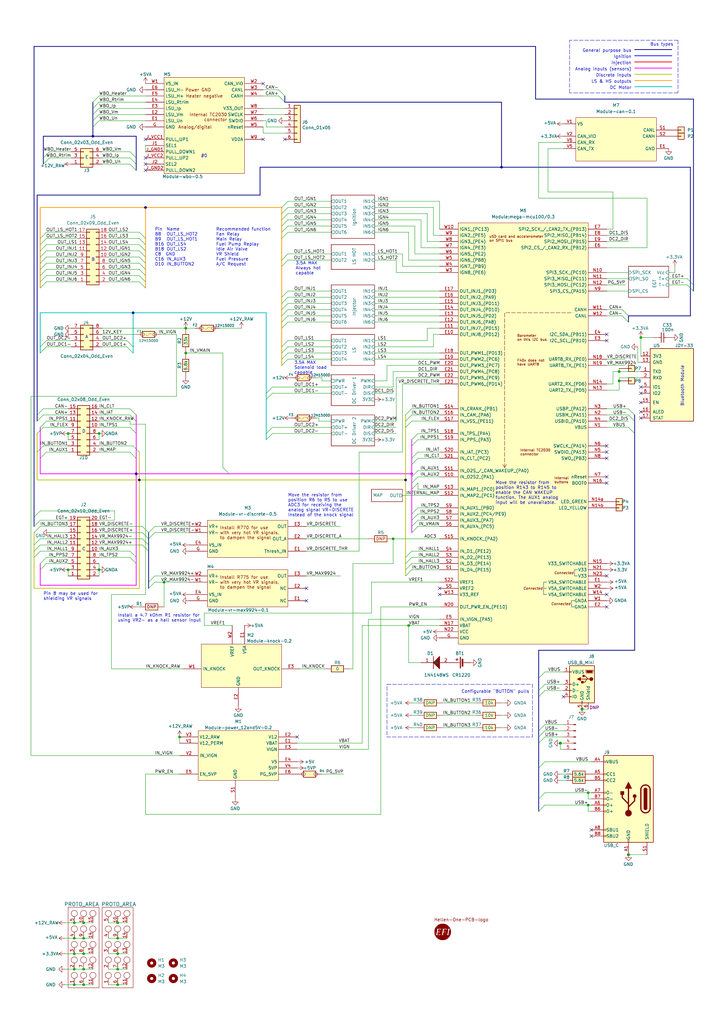
<source format=kicad_sch>
(kicad_sch (version 20231120) (generator "eeschema") (generator_version "8.0")
  (paper "A3" portrait)
  (title_block (title "UAEFI2") (date "2024-09-10") (rev "A0") (company "rusEFI.com") (comment 1 "https://rusefi.com/s/uaefi"))
  (junction (at 54.61 128.27))
  (junction (at 57.15 196.85))
  (junction (at 34.29 397.51))
  (junction (at 167.64 256.54))
  (junction (at 48.26 403.86))
  (junction (at 34.29 384.81))
  (junction (at 241.3 325.12))
  (junction (at 76.2 144.78))
  (junction (at 34.29 378.46))
  (junction (at 238.76 290.83) (diameter 1.016))
  (junction (at 38.1 55.88))
  (junction (at 27.94 233.68))
  (junction (at 257.81 350.52) (diameter 1.016))
  (junction (at 48.26 384.81))
  (junction (at 48.26 391.16))
  (junction (at 34.29 403.86))
  (junction (at 30.48 403.86))
  (junction (at 229.87 304.8) (diameter 1.016))
  (junction (at 262.89 138.43))
  (junction (at 40.64 177.8))
  (junction (at 67.31 238.76))
  (junction (at 168.91 194.31) (color 255 0 255 1))
  (junction (at 30.48 384.81))
  (junction (at 30.48 378.46))
  (junction (at 27.94 177.8))
  (junction (at 205.74 68.58))
  (junction (at 166.37 196.85))
  (junction (at 59.69 85.09))
  (junction (at 241.3 330.2))
  (junction (at 55.88 194.31))
  (junction (at 48.26 397.51))
  (junction (at 161.29 220.98))
  (junction (at 40.64 233.68))
  (junction (at 76.2 134.62))
  (junction (at 73.66 302.26))
  (junction (at 254 152.4))
  (junction (at 48.26 378.46))
  (junction (at 30.48 391.16))
  (junction (at 254 156.21))
  (junction (at 34.29 391.16))
  (junction (at 30.48 397.51))
  (no_connect (at 125.73 241.3))
  (no_connect (at 107.95 34.29))
  (no_connect (at 262.89 171.45))
  (no_connect (at 242.57 342.9))
  (no_connect (at 125.73 246.38))
  (no_connect (at 262.89 168.91))
  (no_connect (at 242.57 340.36))
  (no_connect (at 248.92 182.88))
  (no_connect (at 248.92 187.96))
  (no_connect (at 248.92 248.92))
  (no_connect (at 59.69 64.77))
  (no_connect (at 262.89 161.29))
  (no_connect (at 59.69 69.85))
  (no_connect (at 116.84 57.15))
  (no_connect (at 59.69 57.15))
  (no_connect (at 248.92 198.12))
  (no_connect (at 248.92 185.42))
  (no_connect (at 121.92 302.26))
  (no_connect (at 248.92 236.22))
  (no_connect (at 59.69 67.31))
  (no_connect (at 262.89 158.75))
  (no_connect (at 107.95 57.15))
  (no_connect (at 231.14 285.75))
  (no_connect (at 248.92 243.84))
  (no_connect (at 248.92 137.16))
  (no_connect (at 248.92 139.7))
  (no_connect (at 180.34 241.3))
  (no_connect (at 262.89 165.1))
  (no_connect (at 180.34 243.84))
  (no_connect (at 248.92 195.58))
  (bus_entry (at 171.45 177.8) (size -2.54 2.54))
  (bus_entry (at 114.3 36.83) (size 2.54 2.54))
  (bus_entry (at 255.27 127) (size 2.54 2.54))
  (bus_entry (at 118.11 147.32) (size -2.54 2.54))
  (bus_entry (at 19.05 172.72) (size -2.54 2.54))
  (bus_entry (at 54.61 182.88) (size 2.54 2.54))
  (bus_entry (at 19.05 100.33) (size -2.54 2.54))
  (bus_entry (at 40.64 39.37) (size -2.54 2.54))
  (bus_entry (at 223.52 325.12) (size -2.54 2.54) (stroke (width 0.1524)))
  (bus_entry (at 58.42 223.52) (size 2.54 2.54))
  (bus_entry (at 57.15 95.25) (size 2.54 2.54))
  (bus_entry (at 19.05 139.7) (size -2.54 2.54))
  (bus_entry (at 19.05 110.49) (size -2.54 2.54))
  (bus_entry (at 17.78 175.26) (size -2.54 2.54))
  (bus_entry (at 257.81 167.64) (size 2.54 2.54) (stroke (width 0.1524)))
  (bus_entry (at 168.91 172.72) (size -2.54 2.54))
  (bus_entry (at 114.3 39.37) (size 2.54 2.54))
  (bus_entry (at 171.45 187.96) (size -2.54 2.54))
  (bus_entry (at 223.52 299.72) (size -2.54 2.54))
  (bus_entry (at 16.51 213.36) (size -2.54 2.54))
  (bus_entry (at 223.52 275.59) (size -2.54 2.54))
  (bus_entry (at 223.52 283.21) (size -2.54 2.54))
  (bus_entry (at 118.11 132.08) (size -2.54 2.54))
  (bus_entry (at 111.76 177.8) (size -2.54 2.54))
  (bus_entry (at 19.05 113.03) (size -2.54 2.54))
  (bus_entry (at 168.91 231.14) (size -2.54 2.54))
  (bus_entry (at 58.42 220.98) (size 2.54 2.54))
  (bus_entry (at 168.91 228.6) (size -2.54 2.54))
  (bus_entry (at 17.78 170.18) (size -2.54 2.54))
  (bus_entry (at 19.05 185.42) (size -2.54 2.54))
  (bus_entry (at 223.52 297.18) (size -2.54 2.54))
  (bus_entry (at 118.11 142.24) (size -2.54 2.54))
  (bus_entry (at 19.05 107.95) (size -2.54 2.54))
  (bus_entry (at 40.64 44.45) (size -2.54 2.54))
  (bus_entry (at 19.05 115.57) (size -2.54 2.54))
  (bus_entry (at 57.15 113.03) (size 2.54 2.54))
  (bus_entry (at 171.45 195.58) (size -2.54 2.54))
  (bus_entry (at 118.11 127) (size -2.54 2.54))
  (bus_entry (at 57.15 110.49) (size 2.54 2.54))
  (bus_entry (at 111.76 175.26) (size -2.54 2.54))
  (bus_entry (at 16.51 226.06) (size -2.54 2.54))
  (bus_entry (at 171.45 198.12) (size -2.54 2.54))
  (bus_entry (at 171.45 210.82) (size -2.54 2.54))
  (bus_entry (at 281.94 116.84) (size 2.54 2.54))
  (bus_entry (at 118.11 92.71) (size -2.54 2.54))
  (bus_entry (at 19.05 228.6) (size -2.54 2.54))
  (bus_entry (at 171.45 185.42) (size -2.54 2.54))
  (bus_entry (at 168.91 233.68) (size -2.54 2.54))
  (bus_entry (at 53.34 185.42) (size 2.54 2.54))
  (bus_entry (at 118.11 87.63) (size -2.54 2.54))
  (bus_entry (at 17.78 167.64) (size -2.54 2.54))
  (bus_entry (at 118.11 85.09) (size -2.54 2.54))
  (bus_entry (at 40.64 41.91) (size -2.54 2.54))
  (bus_entry (at 19.05 231.14) (size -2.54 2.54))
  (bus_entry (at 19.05 95.25) (size -2.54 2.54))
  (bus_entry (at 118.11 129.54) (size -2.54 2.54))
  (bus_entry (at 118.11 104.14) (size -2.54 2.54))
  (bus_entry (at 63.5 238.76) (size -2.54 2.54))
  (bus_entry (at 63.5 218.44) (size -2.54 2.54))
  (bus_entry (at 53.34 175.26) (size 2.54 2.54))
  (bus_entry (at 57.15 100.33) (size 2.54 2.54))
  (bus_entry (at 257.81 175.26) (size 2.54 2.54) (stroke (width 0.1524)))
  (bus_entry (at 57.15 97.79) (size 2.54 2.54))
  (bus_entry (at 223.52 280.67) (size -2.54 2.54))
  (bus_entry (at 53.34 167.64) (size 2.54 2.54))
  (bus_entry (at 53.34 67.31) (size 2.54 2.54))
  (bus_entry (at 53.34 228.6) (size 2.54 2.54))
  (bus_entry (at 52.07 142.24) (size 2.54 2.54))
  (bus_entry (at 57.15 102.87) (size 2.54 2.54))
  (bus_entry (at 91.44 191.77) (size 2.54 2.54))
  (bus_entry (at 223.52 302.26) (size -2.54 2.54))
  (bus_entry (at 16.51 220.98) (size -2.54 2.54))
  (bus_entry (at 16.51 215.9) (size -2.54 2.54))
  (bus_entry (at 281.94 114.3) (size 2.54 2.54))
  (bus_entry (at 168.91 226.06) (size -2.54 2.54))
  (bus_entry (at 57.15 115.57) (size 2.54 2.54))
  (bus_entry (at 111.76 158.75) (size -2.54 2.54))
  (bus_entry (at 257.81 170.18) (size 2.54 2.54) (stroke (width 0.1524)))
  (bus_entry (at 118.11 119.38) (size -2.54 2.54))
  (bus_entry (at 168.91 170.18) (size -2.54 2.54))
  (bus_entry (at 118.11 144.78) (size -2.54 2.54))
  (bus_entry (at 53.34 170.18) (size 2.54 2.54))
  (bus_entry (at 58.42 218.44) (size 2.54 2.54))
  (bus_entry (at 118.11 106.68) (size -2.54 2.54))
  (bus_entry (at 57.15 105.41) (size 2.54 2.54))
  (bus_entry (at 118.11 139.7) (size -2.54 2.54))
  (bus_entry (at 19.05 97.79) (size -2.54 2.54))
  (bus_entry (at 118.11 95.25) (size -2.54 2.54))
  (bus_entry (at 52.07 139.7) (size 2.54 2.54))
  (bus_entry (at 171.45 208.28) (size -2.54 2.54))
  (bus_entry (at 16.51 209.55) (size -2.54 2.54))
  (bus_entry (at 118.11 82.55) (size -2.54 2.54))
  (bus_entry (at 171.45 215.9) (size -2.54 2.54))
  (bus_entry (at 17.78 182.88) (size -2.54 2.54))
  (bus_entry (at 53.34 62.23) (size 2.54 2.54))
  (bus_entry (at 223.52 330.2) (size -2.54 2.54) (stroke (width 0.1524)))
  (bus_entry (at 58.42 215.9) (size 2.54 2.54))
  (bus_entry (at 118.11 121.92) (size -2.54 2.54))
  (bus_entry (at 20.32 64.77) (size -2.54 2.54))
  (bus_entry (at 171.45 193.04) (size -2.54 2.54))
  (bus_entry (at 40.64 46.99) (size -2.54 2.54))
  (bus_entry (at 223.52 312.42) (size -2.54 2.54) (stroke (width 0.1524)))
  (bus_entry (at 171.45 213.36) (size -2.54 2.54))
  (bus_entry (at 168.91 167.64) (size -2.54 2.54))
  (bus_entry (at 63.5 215.9) (size -2.54 2.54))
  (bus_entry (at 171.45 180.34) (size -2.54 2.54))
  (bus_entry (at 40.64 49.53) (size -2.54 2.54))
  (bus_entry (at 19.05 105.41) (size -2.54 2.54))
  (bus_entry (at 53.34 226.06) (size 2.54 2.54))
  (bus_entry (at 118.11 90.17) (size -2.54 2.54))
  (bus_entry (at 255.27 129.54) (size 2.54 2.54))
  (bus_entry (at 63.5 236.22) (size -2.54 2.54))
  (bus_entry (at 118.11 124.46) (size -2.54 2.54))
  (bus_entry (at 53.34 64.77) (size 2.54 2.54))
  (bus_entry (at 57.15 107.95) (size 2.54 2.54))
  (bus_entry (at 16.51 223.52) (size -2.54 2.54))
  (bus_entry (at 19.05 142.24) (size -2.54 2.54))
  (bus_entry (at 20.32 62.23) (size -2.54 2.54))
  (bus_entry (at 111.76 161.29) (size -2.54 2.54))
  (bus_entry (at 19.05 102.87) (size -2.54 2.54))
  (wire (pts (xy 30.48 384.81) (xy 34.29 384.81)))
  (wire (pts (xy 242.57 332.74) (xy 241.3 332.74)))
  (bus (pts (xy 55.88 177.8) (xy 55.88 187.96)) (stroke (width 0) (color 255 0 255 1)))
  (wire (pts (xy 205.74 288.29) (xy 207.01 288.29)))
  (bus (pts (xy 220.98 304.8) (xy 220.98 314.96)))
  (wire (pts (xy 44.45 97.79) (xy 57.15 97.79)))
  (wire (pts (xy 229.87 304.8) (xy 231.14 304.8)))
  (bus (pts (xy 15.24 80.01) (xy 15.24 170.18)))
  (bus (pts (xy 55.88 170.18) (xy 55.88 172.72)) (stroke (width 0) (color 255 0 255 1)))
  (wire (pts (xy 205.74 293.37) (xy 207.01 293.37)))
  (bus (pts (xy 109.22 161.29) (xy 109.22 163.83)) (stroke (width 0) (color 0 194 194 1)))
  (wire (pts (xy 29.21 64.77) (xy 20.32 64.77)))
  (wire (pts (xy 153.67 139.7) (xy 175.26 139.7)))
  (wire (pts (xy 153.67 147.32) (xy 180.34 147.32)))
  (wire (pts (xy 40.64 41.91) (xy 59.69 41.91)))
  (wire (pts (xy 111.76 158.75) (xy 135.89 158.75)))
  (wire (pts (xy 231.14 280.67) (xy 223.52 280.67)))
  (bus (pts (xy 15.24 185.42) (xy 15.24 196.85)) (stroke (width 0) (color 194 194 0 1)))
  (wire (pts (xy 41.91 67.31) (xy 53.34 67.31)))
  (wire (pts (xy 83.82 256.54) (xy 95.25 256.54)))
  (bus (pts (xy 38.1 55.88) (xy 17.78 55.88)))
  (wire (pts (xy 31.75 107.95) (xy 19.05 107.95)))
  (wire (pts (xy 153.67 119.38) (xy 180.34 119.38)))
  (wire (pts (xy 153.67 172.72) (xy 162.56 172.72)))
  (wire (pts (xy 48.26 378.46) (xy 52.07 378.46)))
  (wire (pts (xy 153.67 129.54) (xy 180.34 129.54)))
  (wire (pts (xy 261.62 148.59) (xy 262.89 148.59)))
  (bus (pts (xy 275.59 25.4) (xy 260.35 25.4)) (stroke (width 0.3048) (color 255 0 0 1)))
  (bus (pts (xy 219.71 19.05) (xy 219.71 40.64)))
  (wire (pts (xy 132.08 154.94) (xy 132.08 156.21)))
  (wire (pts (xy 153.67 87.63) (xy 175.26 87.63)))
  (wire (pts (xy 276.86 111.76) (xy 276.86 109.22)))
  (wire (pts (xy 30.48 403.86) (xy 34.29 403.86)))
  (bus (pts (xy 16.51 85.09) (xy 16.51 97.79)) (stroke (width 0) (color 255 153 0 1)))
  (wire (pts (xy 107.95 44.45) (xy 116.84 44.45)))
  (wire (pts (xy 40.64 220.98) (xy 58.42 220.98)))
  (bus (pts (xy 109.22 177.8) (xy 109.22 180.34)) (stroke (width 0) (color 0 194 194 1)))
  (wire (pts (xy 26.67 384.81) (xy 30.48 384.81)))
  (bus (pts (xy 16.51 233.68) (xy 16.51 240.03)) (stroke (width 0) (color 255 0 255 1)))
  (wire (pts (xy 133.35 274.32) (xy 123.19 274.32)))
  (bus (pts (xy 60.96 241.3) (xy 60.96 238.76)))
  (wire (pts (xy 12.7 309.88) (xy 12.7 162.56)))
  (bus (pts (xy 275.59 33.02) (xy 260.35 33.02)) (stroke (width 0.3048) (color 255 153 0 1)))
  (wire (pts (xy 153.67 127) (xy 180.34 127)))
  (wire (pts (xy 40.64 185.42) (xy 53.34 185.42)))
  (wire (pts (xy 26.67 391.16) (xy 30.48 391.16)))
  (wire (pts (xy 242.57 325.12) (xy 241.3 325.12)))
  (wire (pts (xy 29.21 142.24) (xy 19.05 142.24)))
  (wire (pts (xy 165.1 109.22) (xy 180.34 109.22)))
  (bus (pts (xy 220.98 302.26) (xy 220.98 304.8)))
  (wire (pts (xy 180.34 82.55) (xy 180.34 93.98)))
  (bus (pts (xy 166.37 170.18) (xy 166.37 172.72)) (stroke (width 0) (color 194 194 0 1)))
  (wire (pts (xy 162.56 106.68) (xy 153.67 106.68)))
  (bus (pts (xy 220.98 327.66) (xy 220.98 332.74)))
  (wire (pts (xy 153.67 95.25) (xy 167.64 95.25)))
  (bus (pts (xy 109.22 163.83) (xy 109.22 177.8)) (stroke (width 0) (color 0 194 194 1)))
  (wire (pts (xy 40.64 223.52) (xy 58.42 223.52)))
  (wire (pts (xy 118.11 82.55) (xy 135.89 82.55)))
  (wire (pts (xy 156.21 334.01) (xy 156.21 248.92)))
  (wire (pts (xy 181.61 293.37) (xy 195.58 293.37)))
  (bus (pts (xy 15.24 170.18) (xy 15.24 172.72)))
  (bus (pts (xy 115.57 144.78) (xy 115.57 147.32)) (stroke (width 0) (color 255 153 0 1)))
  (bus (pts (xy 168.91 210.82) (xy 168.91 213.36)) (stroke (width 0) (color 255 0 255 1)))
  (wire (pts (xy 46.99 213.36) (xy 46.99 209.55)))
  (wire (pts (xy 153.67 144.78) (xy 180.34 144.78)))
  (wire (pts (xy 83.82 251.46) (xy 83.82 256.54)))
  (wire (pts (xy 40.64 49.53) (xy 59.69 49.53)))
  (wire (pts (xy 114.3 39.37) (xy 107.95 39.37)))
  (bus (pts (xy 17.78 55.88) (xy 17.78 64.77)))
  (wire (pts (xy 255.27 127) (xy 248.92 127)))
  (wire (pts (xy 167.64 106.68) (xy 180.34 106.68)))
  (bus (pts (xy 16.51 115.57) (xy 16.51 118.11)) (stroke (width 0) (color 255 153 0 1)))
  (wire (pts (xy 45.72 274.32) (xy 45.72 243.84)))
  (bus (pts (xy 55.88 55.88) (xy 38.1 55.88)))
  (wire (pts (xy 148.59 256.54) (xy 167.64 256.54)))
  (wire (pts (xy 31.75 97.79) (xy 19.05 97.79)))
  (wire (pts (xy 274.32 116.84) (xy 281.94 116.84)))
  (wire (pts (xy 248.92 99.06) (xy 257.81 99.06)))
  (wire (pts (xy 63.5 215.9) (xy 77.47 215.9)))
  (polyline (pts (xy 278.13 16.51) (xy 233.68 16.51)) (stroke (width 0) (type dash)))
  (wire (pts (xy 132.08 156.21) (xy 135.89 156.21)))
  (bus (pts (xy 15.24 177.8) (xy 15.24 185.42)) (stroke (width 0) (color 194 194 0 1)))
  (bus (pts (xy 13.97 212.09) (xy 13.97 19.05)))
  (wire (pts (xy 44.45 384.81) (xy 48.26 384.81)))
  (wire (pts (xy 44.45 110.49) (xy 57.15 110.49)))
  (bus (pts (xy 220.98 278.13) (xy 220.98 283.21)))
  (wire (pts (xy 171.45 177.8) (xy 180.34 177.8)))
  (wire (pts (xy 118.11 144.78) (xy 135.89 144.78)))
  (wire (pts (xy 27.94 228.6) (xy 19.05 228.6)))
  (wire (pts (xy 111.76 175.26) (xy 135.89 175.26)))
  (wire (pts (xy 31.75 105.41) (xy 19.05 105.41)))
  (wire (pts (xy 231.14 297.18) (xy 223.52 297.18)))
  (wire (pts (xy 147.32 185.42) (xy 165.1 185.42)))
  (bus (pts (xy 106.68 80.01) (xy 15.24 80.01)))
  (wire (pts (xy 31.75 115.57) (xy 19.05 115.57)))
  (wire (pts (xy 48.26 397.51) (xy 52.07 397.51)))
  (wire (pts (xy 251.46 152.4) (xy 251.46 157.48)))
  (wire (pts (xy 223.52 275.59) (xy 231.14 275.59)))
  (wire (pts (xy 254 151.13) (xy 254 152.4)))
  (wire (pts (xy 242.57 327.66) (xy 241.3 327.66)))
  (wire (pts (xy 118.11 92.71) (xy 135.89 92.71)))
  (wire (pts (xy 59.69 173.99) (xy 59.69 243.84)))
  (wire (pts (xy 168.91 167.64) (xy 180.34 167.64)))
  (bus (pts (xy 115.57 142.24) (xy 115.57 144.78)) (stroke (width 0) (color 255 153 0 1)))
  (wire (pts (xy 254 154.94) (xy 254 156.21)))
  (wire (pts (xy 118.11 90.17) (xy 135.89 90.17)))
  (bus (pts (xy 205.74 68.58) (xy 106.68 68.58)))
  (wire (pts (xy 220.98 81.28) (xy 220.98 58.42)))
  (bus (pts (xy 115.57 85.09) (xy 115.57 87.63)) (stroke (width 0) (color 255 153 0 1)))
  (wire (pts (xy 251.46 93.98) (xy 251.46 78.74)))
  (wire (pts (xy 41.91 64.77) (xy 53.34 64.77)))
  (wire (pts (xy 40.64 170.18) (xy 53.34 170.18)))
  (wire (pts (xy 76.2 134.62) (xy 80.01 134.62)))
  (wire (pts (xy 44.45 113.03) (xy 57.15 113.03)))
  (bus (pts (xy 59.69 97.79) (xy 59.69 100.33)) (stroke (width 0) (color 255 153 0 1)))
  (bus (pts (xy 166.37 233.68) (xy 166.37 236.22)) (stroke (width 0) (color 194 194 0 1)))
  (wire (pts (xy 171.45 210.82) (xy 180.34 210.82)))
  (wire (pts (xy 241.3 290.83) (xy 238.76 290.83)))
  (wire (pts (xy 27.94 233.68) (xy 27.94 236.22)))
  (wire (pts (xy 129.54 171.45) (xy 130.81 171.45)))
  (bus (pts (xy 220.98 283.21) (xy 220.98 285.75)))
  (bus (pts (xy 59.69 85.09) (xy 59.69 97.79)) (stroke (width 0) (color 255 153 0 1)))
  (wire (pts (xy 251.46 152.4) (xy 254 152.4)))
  (bus (pts (xy 59.69 110.49) (xy 59.69 113.03)) (stroke (width 0) (color 255 153 0 1)))
  (wire (pts (xy 172.72 101.6) (xy 180.34 101.6)))
  (bus (pts (xy 115.57 90.17) (xy 115.57 92.71)) (stroke (width 0) (color 255 153 0 1)))
  (bus (pts (xy 60.96 238.76) (xy 60.96 226.06)))
  (wire (pts (xy 248.92 111.76) (xy 257.81 111.76)))
  (wire (pts (xy 44.45 105.41) (xy 57.15 105.41)))
  (bus (pts (xy 115.57 92.71) (xy 115.57 95.25)) (stroke (width 0) (color 255 153 0 1)))
  (bus (pts (xy 260.35 266.7) (xy 260.35 177.8)))
  (wire (pts (xy 34.29 397.51) (xy 38.1 397.51)))
  (bus (pts (xy 38.1 49.53) (xy 38.1 52.07)))
  (polyline (pts (xy 278.13 38.1) (xy 233.68 38.1)) (stroke (width 0) (type dash)))
  (wire (pts (xy 248.92 170.18) (xy 257.81 170.18)))
  (wire (pts (xy 153.67 124.46) (xy 180.34 124.46)))
  (bus (pts (xy 220.98 266.7) (xy 260.35 266.7)))
  (wire (pts (xy 254 156.21) (xy 254 160.02)))
  (wire (pts (xy 231.14 307.34) (xy 229.87 307.34)))
  (wire (pts (xy 248.92 96.52) (xy 257.81 96.52)))
  (bus (pts (xy 59.69 107.95) (xy 59.69 110.49)) (stroke (width 0) (color 255 153 0 1)))
  (wire (pts (xy 72.39 162.56) (xy 72.39 137.16)))
  (bus (pts (xy 115.57 106.68) (xy 115.57 109.22)) (stroke (width 0) (color 255 153 0 1)))
  (bus (pts (xy 16.51 231.14) (xy 16.51 233.68)) (stroke (width 0) (color 255 0 255 1)))
  (wire (pts (xy 248.92 160.02) (xy 254 160.02)))
  (wire (pts (xy 40.64 177.8) (xy 40.64 180.34)))
  (bus (pts (xy 168.91 198.12) (xy 168.91 200.66)) (stroke (width 0) (color 255 0 255 1)))
  (bus (pts (xy 13.97 223.52) (xy 13.97 226.06)) (stroke (width 0) (color 194 194 0 1)))
  (bus (pts (xy 115.57 127) (xy 115.57 129.54)) (stroke (width 0) (color 255 153 0 1)))
  (wire (pts (xy 177.8 137.16) (xy 180.34 137.16)))
  (bus (pts (xy 16.51 100.33) (xy 16.51 102.87)) (stroke (width 0) (color 255 153 0 1)))
  (wire (pts (xy 40.64 218.44) (xy 58.42 218.44)))
  (wire (pts (xy 76.2 144.78) (xy 91.44 144.78)))
  (wire (pts (xy 44.45 403.86) (xy 48.26 403.86)))
  (wire (pts (xy 255.27 129.54) (xy 248.92 129.54)))
  (wire (pts (xy 63.5 236.22) (xy 77.47 236.22)))
  (bus (pts (xy 275.59 35.56) (xy 260.35 35.56)) (stroke (width 0.3048) (color 0 194 194 1)))
  (wire (pts (xy 256.54 116.84) (xy 248.92 116.84)))
  (wire (pts (xy 63.5 218.44) (xy 77.47 218.44)))
  (bus (pts (xy 283.21 68.58) (xy 205.74 68.58)))
  (bus (pts (xy 13.97 19.05) (xy 219.71 19.05)))
  (wire (pts (xy 168.91 228.6) (xy 180.34 228.6)))
  (bus (pts (xy 168.91 182.88) (xy 168.91 187.96)) (stroke (width 0) (color 255 0 255 1)))
  (bus (pts (xy 275.59 20.32) (xy 260.35 20.32)))
  (bus (pts (xy 93.98 194.31) (xy 168.91 194.31)) (stroke (width 0) (color 255 0 255 1)))
  (wire (pts (xy 107.95 49.53) (xy 109.22 49.53)))
  (wire (pts (xy 27.94 170.18) (xy 17.78 170.18)))
  (wire (pts (xy 171.45 200.66) (xy 171.45 198.12)))
  (wire (pts (xy 118.11 106.68) (xy 135.89 106.68)))
  (polyline (pts (xy 233.68 38.1) (xy 233.68 16.51)) (stroke (width 0) (type dash)))
  (wire (pts (xy 170.18 92.71) (xy 170.18 104.14)))
  (bus (pts (xy 55.88 55.88) (xy 55.88 64.77)))
  (wire (pts (xy 31.75 95.25) (xy 19.05 95.25)))
  (wire (pts (xy 48.26 391.16) (xy 52.07 391.16)))
  (bus (pts (xy 16.51 107.95) (xy 16.51 110.49)) (stroke (width 0) (color 255 153 0 1)))
  (bus (pts (xy 168.91 195.58) (xy 168.91 198.12)) (stroke (width 0) (color 255 0 255 1)))
  (bus (pts (xy 16.51 113.03) (xy 16.51 115.57)) (stroke (width 0) (color 255 153 0 1)))
  (wire (pts (xy 161.29 152.4) (xy 180.34 152.4)))
  (bus (pts (xy 13.97 226.06) (xy 13.97 228.6)) (stroke (width 0) (color 194 194 0 1)))
  (wire (pts (xy 41.91 137.16) (xy 55.88 137.16)))
  (wire (pts (xy 153.67 121.92) (xy 180.34 121.92)))
  (bus (pts (xy 168.91 194.31) (xy 168.91 195.58)) (stroke (width 0) (color 255 0 255 1)))
  (wire (pts (xy 111.76 177.8) (xy 135.89 177.8)))
  (bus (pts (xy 59.69 113.03) (xy 59.69 115.57)) (stroke (width 0) (color 255 153 0 1)))
  (wire (pts (xy 118.11 127) (xy 135.89 127)))
  (wire (pts (xy 31.75 113.03) (xy 19.05 113.03)))
  (wire (pts (xy 44.45 102.87) (xy 57.15 102.87)))
  (bus (pts (xy 260.35 170.18) (xy 260.35 172.72)))
  (wire (pts (xy 129.54 154.94) (xy 132.08 154.94)))
  (wire (pts (xy 175.26 134.62) (xy 180.34 134.62)))
  (bus (pts (xy 55.88 240.03) (xy 16.51 240.03)) (stroke (width 0) (color 255 0 255 1)))
  (bus (pts (xy 166.37 196.85) (xy 166.37 228.6)) (stroke (width 0) (color 194 194 0 1)))
  (wire (pts (xy 274.32 114.3) (xy 281.94 114.3)))
  (wire (pts (xy 161.29 220.98) (xy 180.34 220.98)))
  (wire (pts (xy 229.87 317.5) (xy 232.41 317.5)))
  (wire (pts (xy 223.52 312.42) (xy 242.57 312.42)))
  (wire (pts (xy 265.43 101.6) (xy 265.43 81.28)))
  (wire (pts (xy 248.92 101.6) (xy 265.43 101.6)))
  (wire (pts (xy 265.43 350.52) (xy 257.81 350.52)))
  (wire (pts (xy 30.48 378.46) (xy 34.29 378.46)))
  (wire (pts (xy 29.21 62.23) (xy 20.32 62.23)))
  (wire (pts (xy 118.11 85.09) (xy 135.89 85.09)))
  (bus (pts (xy 106.68 68.58) (xy 106.68 80.01)))
  (bus (pts (xy 16.51 187.96) (xy 16.51 194.31)) (stroke (width 0) (color 255 0 255 1)))
  (wire (pts (xy 41.91 62.23) (xy 53.34 62.23)))
  (bus (pts (xy 59.69 102.87) (xy 59.69 105.41)) (stroke (width 0) (color 255 153 0 1)))
  (wire (pts (xy 27.94 215.9) (xy 16.51 215.9)))
  (wire (pts (xy 162.56 111.76) (xy 162.56 106.68)))
  (wire (pts (xy 125.73 226.06) (xy 147.32 226.06)))
  (wire (pts (xy 12.7 162.56) (xy 72.39 162.56)))
  (bus (pts (xy 55.88 231.14) (xy 55.88 240.03)) (stroke (width 0) (color 255 0 255 1)))
  (wire (pts (xy 59.69 317.5) (xy 73.66 317.5)))
  (wire (pts (xy 248.92 172.72) (xy 257.81 172.72)))
  (wire (pts (xy 48.26 384.81) (xy 52.07 384.81)))
  (wire (pts (xy 172.72 90.17) (xy 172.72 101.6)))
  (wire (pts (xy 158.75 149.86) (xy 180.34 149.86)))
  (bus (pts (xy 168.91 200.66) (xy 168.91 210.82)) (stroke (width 0) (color 255 0 255 1)))
  (wire (pts (xy 267.97 138.43) (xy 262.89 138.43)))
  (wire (pts (xy 153.67 85.09) (xy 177.8 85.09)))
  (wire (pts (xy 118.11 142.24) (xy 135.89 142.24)))
  (bus (pts (xy 168.91 180.34) (xy 168.91 182.88)) (stroke (width 0) (color 255 0 255 1)))
  (wire (pts (xy 44.45 115.57) (xy 57.15 115.57)))
  (bus (pts (xy 13.97 215.9) (xy 13.97 212.09)))
  (wire (pts (xy 144.78 231.14) (xy 161.29 231.14)))
  (wire (pts (xy 45.72 274.32) (xy 74.93 274.32)))
  (wire (pts (xy 53.34 173.99) (xy 59.69 173.99)))
  (wire (pts (xy 44.45 95.25) (xy 57.15 95.25)))
  (wire (pts (xy 118.11 124.46) (xy 135.89 124.46)))
  (wire (pts (xy 156.21 248.92) (xy 180.34 248.92)))
  (wire (pts (xy 165.1 157.48) (xy 180.34 157.48)))
  (wire (pts (xy 143.51 274.32) (xy 144.78 274.32)))
  (wire (pts (xy 162.56 172.72) (xy 162.56 154.94)))
  (wire (pts (xy 147.32 226.06) (xy 147.32 185.42)))
  (wire (pts (xy 165.1 203.2) (xy 180.34 203.2)))
  (bus (pts (xy 260.35 172.72) (xy 260.35 177.8)))
  (wire (pts (xy 171.45 193.04) (xy 180.34 193.04)))
  (wire (pts (xy 161.29 231.14) (xy 161.29 220.98)))
  (wire (pts (xy 229.87 320.04) (xy 232.41 320.04)))
  (bus (pts (xy 60.96 223.52) (xy 60.96 226.06)))
  (wire (pts (xy 53.34 172.72) (xy 53.34 173.99)))
  (bus (pts (xy 59.69 115.57) (xy 59.69 118.11)) (stroke (width 0) (color 255 153 0 1)))
  (wire (pts (xy 168.91 293.37) (xy 171.45 293.37)))
  (wire (pts (xy 17.78 182.88) (xy 27.94 182.88)))
  (bus (pts (xy 220.98 285.75) (xy 220.98 299.72)))
  (wire (pts (xy 153.67 175.26) (xy 162.56 175.26)))
  (bus (pts (xy 54.61 142.24) (xy 54.61 144.78)) (stroke (width 0) (color 0 194 194 1)))
  (wire (pts (xy 40.64 46.99) (xy 59.69 46.99)))
  (wire (pts (xy 40.64 182.88) (xy 54.61 182.88)))
  (wire (pts (xy 59.69 334.01) (xy 156.21 334.01)))
  (bus (pts (xy 60.96 220.98) (xy 60.96 223.52)))
  (wire (pts (xy 132.08 317.5) (xy 140.97 317.5)))
  (bus (pts (xy 13.97 218.44) (xy 13.97 223.52)) (stroke (width 0) (color 194 194 0 1)))
  (wire (pts (xy 34.29 391.16) (xy 38.1 391.16)))
  (bus (pts (xy 55.88 194.31) (xy 93.98 194.31)) (stroke (width 0) (color 255 0 255 1)))
  (bus (pts (xy 284.48 40.64) (xy 284.48 116.84)))
  (bus (pts (xy 55.88 194.31) (xy 55.88 228.6)) (stroke (width 0) (color 255 0 255 1)))
  (bus (pts (xy 115.57 124.46) (xy 115.57 127)) (stroke (width 0) (color 255 153 0 1)))
  (wire (pts (xy 114.3 36.83) (xy 107.95 36.83)))
  (wire (pts (xy 153.67 104.14) (xy 165.1 104.14)))
  (wire (pts (xy 27.94 226.06) (xy 16.51 226.06)))
  (bus (pts (xy 115.57 85.09) (xy 59.69 85.09)) (stroke (width 0) (color 255 153 0 1)))
  (wire (pts (xy 130.81 172.72) (xy 135.89 172.72)))
  (wire (pts (xy 153.67 142.24) (xy 177.8 142.24)))
  (wire (pts (xy 175.26 99.06) (xy 180.34 99.06)))
  (wire (pts (xy 118.11 95.25) (xy 135.89 95.25)))
  (bus (pts (xy 115.57 87.63) (xy 115.57 90.17)) (stroke (width 0) (color 255 153 0 1)))
  (wire (pts (xy 118.11 139.7) (xy 135.89 139.7)))
  (bus (pts (xy 16.51 105.41) (xy 16.51 107.95)) (stroke (width 0) (color 255 153 0 1)))
  (wire (pts (xy 40.64 39.37) (xy 59.69 39.37)))
  (wire (pts (xy 231.14 302.26) (xy 223.52 302.26)))
  (wire (pts (xy 34.29 403.86) (xy 38.1 403.86)))
  (bus (pts (xy 168.91 187.96) (xy 168.91 190.5)) (stroke (width 0) (color 255 0 255 1)))
  (wire (pts (xy 152.4 238.76) (xy 180.34 238.76)))
  (bus (pts (xy 16.51 110.49) (xy 16.51 113.03)) (stroke (width 0) (color 255 153 0 1)))
  (wire (pts (xy 220.98 58.42) (xy 231.14 58.42)))
  (bus (pts (xy 284.48 116.84) (xy 284.48 119.38)))
  (wire (pts (xy 262.89 138.43) (xy 262.89 146.05)))
  (wire (pts (xy 151.13 254) (xy 180.34 254)))
  (wire (pts (xy 31.75 110.49) (xy 19.05 110.49)))
  (polyline (pts (xy 278.13 16.51) (xy 278.13 38.1)) (stroke (width 0) (type dash)))
  (wire (pts (xy 44.45 378.46) (xy 48.26 378.46)))
  (bus (pts (xy 38.1 46.99) (xy 38.1 49.53)))
  (wire (pts (xy 121.92 304.8) (xy 148.59 304.8)))
  (bus (pts (xy 55.88 64.77) (xy 55.88 67.31)))
  (bus (pts (xy 16.51 194.31) (xy 55.88 194.31)) (stroke (width 0) (color 255 0 255 1)))
  (wire (pts (xy 26.67 378.46) (xy 30.48 378.46)))
  (wire (pts (xy 248.92 119.38) (xy 257.81 119.38)))
  (wire (pts (xy 40.64 172.72) (xy 53.34 172.72)))
  (wire (pts (xy 175.26 139.7) (xy 175.26 134.62)))
  (wire (pts (xy 224.79 78.74) (xy 224.79 60.96)))
  (bus (pts (xy 38.1 52.07) (xy 38.1 55.88)))
  (wire (pts (xy 48.26 403.86) (xy 52.07 403.86)))
  (wire (pts (xy 167.64 256.54) (xy 167.64 271.78)))
  (wire (pts (xy 251.46 78.74) (xy 224.79 78.74)))
  (wire (pts (xy 118.11 87.63) (xy 135.89 87.63)))
  (bus (pts (xy 219.71 40.64) (xy 284.48 40.64)))
  (wire (pts (xy 153.67 90.17) (xy 172.72 90.17)))
  (wire (pts (xy 171.45 185.42) (xy 180.34 185.42)))
  (wire (pts (xy 161.29 158.75) (xy 161.29 152.4)))
  (wire (pts (xy 151.13 307.34) (xy 151.13 254)))
  (wire (pts (xy 153.67 92.71) (xy 170.18 92.71)))
  (wire (pts (xy 241.3 327.66) (xy 241.3 325.12)))
  (wire (pts (xy 168.91 226.06) (xy 180.34 226.06)))
  (wire (pts (xy 153.67 156.21) (xy 158.75 156.21)))
  (wire (pts (xy 165.1 185.42) (xy 165.1 157.48)))
  (bus (pts (xy 115.57 121.92) (xy 115.57 124.46)) (stroke (width 0) (color 255 153 0 1)))
  (wire (pts (xy 40.64 167.64) (xy 53.34 167.64)))
  (wire (pts (xy 265.43 81.28) (xy 220.98 81.28)))
  (bus (pts (xy 115.57 134.62) (xy 115.57 142.24)) (stroke (width 0) (color 255 153 0 1)))
  (wire (pts (xy 27.94 185.42) (xy 19.05 185.42)))
  (bus (pts (xy 166.37 172.72) (xy 166.37 175.26)) (stroke (width 0) (color 194 194 0 1)))
  (wire (pts (xy 59.69 59.69) (xy 59.69 62.23)))
  (wire (pts (xy 251.46 157.48) (xy 248.92 157.48)))
  (wire (pts (xy 67.31 238.76) (xy 77.47 238.76)))
  (bus (pts (xy 275.59 22.86) (xy 260.35 22.86)) (stroke (width 0.3048) (color 0 0 255 1)))
  (bus (pts (xy 16.51 142.24) (xy 16.51 128.27)) (stroke (width 0) (color 0 194 194 1)))
  (wire (pts (xy 26.67 403.86) (xy 30.48 403.86)))
  (wire (pts (xy 66.04 137.16) (xy 72.39 137.16)))
  (wire (pts (xy 107.95 46.99) (xy 116.84 46.99)))
  (wire (pts (xy 248.92 149.86) (xy 256.54 149.86)))
  (bus (pts (xy 257.81 132.08) (xy 257.81 129.54)))
  (wire (pts (xy 16.51 209.55) (xy 46.99 209.55)))
  (bus (pts (xy 59.69 105.41) (xy 59.69 107.95)) (stroke (width 0) (color 255 153 0 1)))
  (wire (pts (xy 171.45 208.28) (xy 180.34 208.28)))
  (bus (pts (xy 168.91 213.36) (xy 168.91 215.9)) (stroke (width 0) (color 255 0 255 1)))
  (wire (pts (xy 59.69 334.01) (xy 59.69 317.5)))
  (wire (pts (xy 248.92 175.26) (xy 257.81 175.26)))
  (wire (pts (xy 171.45 187.96) (xy 180.34 187.96)))
  (wire (pts (xy 241.3 325.12) (xy 223.52 325.12)))
  (bus (pts (xy 116.84 41.91) (xy 205.74 41.91)))
  (bus (pts (xy 16.51 97.79) (xy 16.51 100.33)) (stroke (width 0) (color 255 153 0 1)))
  (bus (pts (xy 54.61 128.27) (xy 109.22 128.27)) (stroke (width 0) (color 0 194 194 1)))
  (wire (pts (xy 44.45 397.51) (xy 48.26 397.51)))
  (wire (pts (xy 231.14 299.72) (xy 223.52 299.72)))
  (wire (pts (xy 118.11 132.08) (xy 135.89 132.08)))
  (wire (pts (xy 20.32 218.44) (xy 27.94 218.44)))
  (wire (pts (xy 153.67 82.55) (xy 180.34 82.55)))
  (wire (pts (xy 170.18 104.14) (xy 180.34 104.14)))
  (bus (pts (xy 168.91 190.5) (xy 168.91 194.31)) (stroke (width 0) (color 255 0 255 1)))
  (wire (pts (xy 31.75 102.87) (xy 19.05 102.87)))
  (wire (pts (xy 40.64 228.6) (xy 53.34 228.6)))
  (wire (pts (xy 241.3 332.74) (xy 241.3 330.2)))
  (wire (pts (xy 180.34 111.76) (xy 162.56 111.76)))
  (wire (pts (xy 241.3 330.2) (xy 223.52 330.2)))
  (bus (pts (xy 59.69 100.33) (xy 59.69 102.87)) (stroke (width 0) (color 255 153 0 1)))
  (bus (pts (xy 115.57 147.32) (xy 115.57 149.86)) (stroke (width 0) (color 255 153 0 1)))
  (bus (pts (xy 16.51 102.87) (xy 16.51 105.41)) (stroke (width 0) (color 255 153 0 1)))
  (wire (pts (xy 167.64 271.78) (xy 172.72 271.78)))
  (bus (pts (xy 57.15 185.42) (xy 57.15 196.85)) (stroke (width 0) (color 194 194 0 1)))
  (wire (pts (xy 44.45 107.95) (xy 57.15 107.95)))
  (wire (pts (xy 40.64 213.36) (xy 46.99 213.36)))
  (wire (pts (xy 148.59 304.8) (xy 148.59 256.54)))
  (wire (pts (xy 41.91 134.62) (xy 76.2 134.62)))
  (wire (pts (xy 27.94 213.36) (xy 16.51 213.36)))
  (bus (pts (xy 116.84 39.37) (xy 116.84 41.91)))
  (bus (pts (xy 55.88 228.6) (xy 55.88 231.14)) (stroke (width 0) (color 255 0 255 1)))
  (wire (pts (xy 29.21 139.7) (xy 19.05 139.7)))
  (bus (pts (xy 205.74 41.91) (xy 205.74 68.58)))
  (wire (pts (xy 152.4 251.46) (xy 83.82 251.46)))
  (wire (pts (xy 30.48 397.51) (xy 34.29 397.51)))
  (wire (pts (xy 118.11 119.38) (xy 135.89 119.38)))
  (wire (pts (xy 125.73 236.22) (xy 139.7 236.22)))
  (wire (pts (xy 254 152.4) (xy 262.89 152.4)))
  (wire (pts (xy 144.78 274.32) (xy 144.78 231.14)))
  (bus (pts (xy 220.98 299.72) (xy 220.98 302.26)))
  (wire (pts (xy 175.26 87.63) (xy 175.26 99.06)))
  (wire (pts (xy 34.29 378.46) (xy 38.1 378.46)))
  (wire (pts (xy 27.94 177.8) (xy 27.94 180.34)))
  (wire (pts (xy 167.64 95.25) (xy 167.64 106.68)))
  (wire (pts (xy 44.45 100.33) (xy 57.15 100.33)))
  (wire (pts (xy 90.17 134.62) (xy 99.06 134.62)))
  (wire (pts (xy 118.11 147.32) (xy 135.89 147.32)))
  (wire (pts (xy 180.34 200.66) (xy 171.45 200.66)))
  (wire (pts (xy 73.66 302.26) (xy 73.66 304.8)))
  (bus (pts (xy 55.88 172.72) (xy 55.88 177.8)) (stroke (width 0) (color 255 0 255 1)))
  (wire (pts (xy 168.91 233.68) (xy 180.34 233.68)))
  (bus (pts (xy 166.37 228.6) (xy 166.37 231.14)) (stroke (width 0) (color 194 194 0 1)))
  (wire (pts (xy 167.64 256.54) (xy 180.34 256.54)))
  (wire (pts (xy 121.92 307.34) (xy 151.13 307.34)))
  (bus (pts (xy 54.61 128.27) (xy 54.61 142.24)) (stroke (width 0) (color 0 194 194 1)))
  (bus (pts (xy 115.57 95.25) (xy 115.57 97.79)) (stroke (width 0) (color 255 153 0 1)))
  (wire (pts (xy 27.94 231.14) (xy 19.05 231.14)))
  (wire (pts (xy 229.87 307.34) (xy 229.87 304.8)))
  (wire (pts (xy 168.91 288.29) (xy 171.45 288.29)))
  (wire (pts (xy 125.73 220.98) (xy 151.13 220.98)))
  (wire (pts (xy 67.31 238.76) (xy 67.31 248.92)))
  (wire (pts (xy 168.91 298.45) (xy 171.45 298.45)))
  (wire (pts (xy 125.73 215.9) (xy 139.7 215.9)))
  (wire (pts (xy 111.76 161.29) (xy 135.89 161.29)))
  (bus (pts (xy 16.51 128.27) (xy 54.61 128.27)) (stroke (width 0) (color 0 194 194 1)))
  (wire (pts (xy 171.45 195.58) (xy 180.34 195.58)))
  (bus (pts (xy 57.15 196.85) (xy 57.15 241.3)) (stroke (width 0) (color 194 194 0 1)))
  (bus (pts (xy 115.57 132.08) (xy 115.57 134.62)) (stroke (width 0) (color 255 153 0 1)))
  (wire (pts (xy 40.64 226.06) (xy 53.34 226.06)))
  (wire (pts (xy 118.11 129.54) (xy 135.89 129.54)))
  (wire (pts (xy 168.91 170.18) (xy 180.34 170.18)))
  (wire (pts (xy 30.48 391.16) (xy 34.29 391.16)))
  (wire (pts (xy 130.81 171.45) (xy 130.81 172.72)))
  (wire (pts (xy 55.88 248.92) (xy 57.15 248.92)))
  (wire (pts (xy 158.75 156.21) (xy 158.75 149.86)))
  (bus (pts (xy 16.51 175.26) (xy 16.51 187.96)) (stroke (width 0) (color 255 0 255 1)))
  (bus (pts (xy 59.69 85.09) (xy 16.51 85.09)) (stroke (width 0) (color 255 153 0 1)))
  (bus (pts (xy 275.59 27.94) (xy 260.35 27.94)) (stroke (width 0.3048) (color 255 0 255 1)))
  (bus (pts (xy 16.51 144.78) (xy 16.51 142.24)) (stroke (width 0) (color 0 194 194 1)))
  (bus (pts (xy 168.91 215.9) (xy 168.91 218.44)) (stroke (width 0) (color 255 0 255 1)))
  (wire (pts (xy 153.67 158.75) (xy 161.29 158.75)))
  (wire (pts (xy 109.22 49.53) (xy 109.22 52.07)))
  (bus (pts (xy 275.59 30.48) (xy 260.35 30.48)) (stroke (width 0.3048) (color 194 194 0 1)))
  (bus (pts (xy 115.57 129.54) (xy 115.57 132.08)) (stroke (width 0) (color 255 153 0 1)))
  (wire (pts (xy 224.79 60.96) (xy 231.14 60.96)))
  (wire (pts (xy 153.67 132.08) (xy 180.34 132.08)))
  (wire (pts (xy 26.67 397.51) (xy 30.48 397.51)))
  (wire (pts (xy 205.74 298.45) (xy 207.01 298.45)))
  (bus (pts (xy 115.57 97.79) (xy 115.57 106.68)) (stroke (width 0) (color 255 153 0 1)))
  (wire (pts (xy 171.45 180.34) (xy 180.34 180.34)))
  (wire (pts (xy 231.14 283.21) (xy 223.52 283.21)))
  (wire (pts (xy 109.22 52.07) (xy 116.84 52.07)))
  (wire (pts (xy 153.67 177.8) (xy 162.56 177.8)))
  (wire (pts (xy 41.91 142.24) (xy 52.07 142.24)))
  (bus (pts (xy 220.98 314.96) (xy 220.98 327.66)))
  (wire (pts (xy 261.62 142.24) (xy 261.62 148.59)))
  (wire (pts (xy 12.7 309.88) (xy 73.66 309.88)))
  (wire (pts (xy 118.11 104.14) (xy 135.89 104.14)))
  (wire (pts (xy 40.64 231.14) (xy 40.64 233.68)))
  (bus (pts (xy 38.1 41.91) (xy 38.1 44.45)))
  (wire (pts (xy 168.91 231.14) (xy 180.34 231.14)))
  (bus (pts (xy 115.57 109.22) (xy 115.57 121.92)) (stroke (width 0) (color 255 153 0 1)))
  (bus (pts (xy 55.88 67.31) (xy 55.88 69.85)))
  (wire (pts (xy 118.11 121.92) (xy 135.89 121.92)))
  (wire (pts (xy 177.8 142.24) (xy 177.8 137.16)))
  (wire (pts (xy 274.32 111.76) (xy 276.86 111.76)))
  (wire (pts (xy 248.92 147.32) (xy 256.54 147.32)))
  (wire (pts (xy 242.57 330.2) (xy 241.3 330.2)))
  (wire (pts (xy 31.75 100.33) (xy 19.05 100.33)))
  (wire (pts (xy 248.92 93.98) (xy 251.46 93.98)))
  (wire (pts (xy 162.56 154.94) (xy 180.34 154.94)))
  (wire (pts (xy 254 154.94) (xy 262.89 154.94)))
  (bus (pts (xy 55.88 187.96) (xy 55.88 194.31)) (stroke (width 0) (color 255 0 255 1)))
  (wire (pts (xy 107.95 54.61) (xy 116.84 54.61)))
  (bus (pts (xy 57.15 241.3) (xy 13.97 241.3)) (stroke (width 0) (color 194 194 0 1)))
  (wire (pts (xy 34.29 384.81) (xy 38.1 384.81)))
  (wire (pts (xy 165.1 104.14) (xy 165.1 109.22)))
  (wire (pts (xy 40.64 233.68) (xy 40.64 236.22)))
  (wire (pts (xy 177.8 96.52) (xy 180.34 96.52)))
  (wire (pts (xy 27.94 167.64) (xy 17.78 167.64)))
  (wire (pts (xy 171.45 215.9) (xy 180.34 215.9)))
  (bus (pts (xy 38.1 44.45) (xy 38.1 46.99)))
  (wire (pts (xy 248.92 114.3) (xy 257.81 114.3)))
  (wire (pts (xy 44.45 391.16) (xy 48.26 391.16)))
  (bus (pts (xy 166.37 196.85) (xy 57.15 196.85)) (stroke (width 0) (color 194 194 0 1)))
  (wire (pts (xy 152.4 238.76) (xy 152.4 251.46)))
  (bus (pts (xy 166.37 175.26) (xy 166.37 196.85)) (stroke (width 0) (color 194 194 0 1)))
  (wire (pts (xy 27.94 223.52) (xy 16.51 223.52)))
  (wire (pts (xy 17.78 175.26) (xy 27.94 175.26)))
  (wire (pts (xy 45.72 243.84) (xy 59.69 243.84)))
  (bus (pts (xy 109.22 128.27) (xy 109.22 161.29)) (stroke (width 0) (color 0 194 194 1)))
  (bus (pts (xy 17.78 64.77) (xy 17.78 67.31)))
  (wire (pts (xy 27.94 220.98) (xy 16.51 220.98)))
  (bus (pts (xy 166.37 231.14) (xy 166.37 233.68)) (stroke (width 0) (color 194 194 0 1)))
  (wire (pts (xy 248.92 167.64) (xy 257.81 167.64)))
  (bus (pts (xy 283.21 129.54) (xy 283.21 68.58)))
  (bus (pts (xy 220.98 266.7) (xy 220.98 278.13)))
  (wire (pts (xy 181.61 298.45) (xy 195.58 298.45)))
  (wire (pts (xy 27.94 172.72) (xy 19.05 172.72)))
  (wire (pts (xy 91.44 144.78) (xy 91.44 191.77)))
  (wire (pts (xy 63.5 238.76) (xy 67.31 238.76)))
  (wire (pts (xy 40.64 175.26) (xy 53.34 175.26)))
  (wire (pts (xy 171.45 213.36) (xy 180.34 213.36)))
  (wire (pts (xy 153.67 161.29) (xy 161.29 161.29)))
  (bus (pts (xy 15.24 196.85) (xy 57.15 196.85)) (stroke (width 0) (color 194 194 0 1)))
  (bus (pts (xy 60.96 218.44) (xy 60.96 220.98)))
  (wire (pts (xy 107.95 52.07) (xy 107.95 54.61)))
  (wire (pts (xy 41.91 139.7) (xy 52.07 139.7)))
  (wire (pts (xy 177.8 85.09) (xy 177.8 96.52)))
  (wire (pts (xy 181.61 288.29) (xy 195.58 288.29)))
  (bus (pts (xy 13.97 228.6) (xy 13.97 241.3)) (stroke (width 0) (color 194 194 0 1)))
  (wire (pts (xy 40.64 215.9) (xy 58.42 215.9)))
  (wire (pts (xy 40.64 44.45) (xy 59.69 44.45)))
  (bus (pts (xy 257.81 129.54) (xy 283.21 129.54)))
  (wire (pts (xy 168.91 172.72) (xy 180.34 172.72)))
  (rectangle (start 158.75 280.67) (end 218.44 302.26) (stroke (width 0) (type dash)))
  (text "Move the resistor from\nposition R6 to R5 to use \nADC3 for receiving the\nanalog signal VR-DISCRETE\ninstead of the knock signal" (at 118.11 212.09 0) (effects (font (size 1.27 1.27)) (justify left bottom)))
  (text "Bluetooth Module" (at 280.67 149.86 90) (effects (font (size 1.27 1.27)) (justify right bottom)))
  (text "Configurable \"BUTTON\" pulls" (at 189.23 284.48 0) (effects (font (size 1.27 1.27)) (justify left bottom)))
  (text "General purpose bus" (at 259.08 21.59 0) (effects (font (size 1.27 1.27)) (justify right bottom)))
  (text "Bus types" (at 266.7 19.05 0) (effects (font (size 1.27 1.27)) (justify left bottom)))
  (text "3.5A MAX\nSolenoid load\ncapable" (at 120.65 153.67 0) (effects (font (size 1.27 1.27)) (justify left bottom)))
  (text "D" (at 33.655 177.8 0) (effects (font (size 1.27 1.27)) (justify left bottom)))
  (text "Move the resistor from\nposition R143 to R145 to\nenable the CAN WAKEUP\nfunction. The AUX1 analog\ninput will be unavailable." (at 203.2 207.01 0) (effects (font (size 1.27 1.27)) (justify left bottom)))
  (text "C" (at 33.655 226.06 0) (effects (font (size 1.27 1.27)) (justify left bottom)))
  (text "Pin	Name			Recommended function\nB8	OUT_LS_HOT2		Fan Relay\nB9	OUT_LS_HOT1		Main Relay\nB16	OUT_LS4			Fuel Pump Replay\nB18	OUT_LS2			Idle Air Valve\nC8  GND  			VR Shield\nC16	IN_AUX3			Fuel Pressure\nD10	IN_BUTTON2		A/C Request" (at 63.5 109.22 0) (effects (font (size 1.27 1.27)) (justify left bottom)))
  (text "Injection" (at 259.08 26.67 0) (effects (font (size 1.27 1.27)) (justify right bottom)))
  (text "3.5A MAX\nAlways hot\ncapable" (at 121.2103 112.8584 0) (effects (font (size 1.27 1.27)) (justify left bottom)))
  (text "E" (at 34.925 65.405 0) (effects (font (size 1.27 1.27)) (justify left bottom)))
  (text "Discrete inputs" (at 259.08 31.75 0) (effects (font (size 1.27 1.27)) (justify right bottom)))
  (text "LS & HS outputs" (at 259.08 34.29 0) (effects (font (size 1.27 1.27)) (justify right bottom)))
  (text "Install a 4.7 kOhm R1 resistor for \nusing VR2- as a hall sensor input" (at 48.26 255.27 0) (effects (font (size 1.27 1.27)) (justify left bottom)))
  (text "B" (at 37.465 107.315 0) (effects (font (size 1.27 1.27)) (justify left bottom)))
  (text "A" (at 34.925 139.065 0) (effects (font (size 1.27 1.27)) (justify left bottom)))
  (text "Analog inputs (sensors)" (at 259.08 29.21 0) (effects (font (size 1.27 1.27)) (justify right bottom)))
  (text "#0" (at 85.09 64.77 0) (effects (font (size 1.27 1.27)) (justify right bottom)))
  (text "Ignition" (at 259.08 24.13 0) (effects (font (size 1.27 1.27)) (justify right bottom)))
  (text "DC Motor" (at 259.08 36.83 0) (effects (font (size 1.27 1.27)) (justify right bottom)))
  (text "Pin 8 may be used for \nshielding VR signals" (at 17.78 246.38 0) (effects (font (size 1.27 1.27)) (justify left bottom)))
  (label "OUT_LS2" (at 44.45 95.25 0))
  (label "WBO_Heater" (at 40.64 39.37 0))
  (label "VR_DISCRETE_A" (at 125.73 220.98 0))
  (label "OUT_IGN3" (at 44.45 110.49 0))
  (label "PG_5VP" (at 256.54 116.84 180))
  (label "IN_HALL1" (at 180.34 226.06 180))
  (label "OUT_LS1" (at 31.75 100.33 180))
  (label "IN_PPS1" (at 180.34 180.34 180))
  (label "VR_DISCRETE+" (at 66.04 215.9 0))
  (label "IN_KNOCK_RAW" (at 40.64 172.72 0))
  (label "OUT_LS1" (at 120.65 139.7 0))
  (label "DC2_DIR" (at 153.67 175.26 0))
  (label "IN_BUTTON1" (at 181.61 288.29 0))
  (label "IN_PPS2" (at 27.94 228.6 180))
  (label "OUT_DC1-" (at 120.65 161.29 0))
  (label "OUT_IGN3" (at 120.65 87.63 0))
  (label "IN_CLT" (at 46.99 167.64 180))
  (label "LS3" (at 154.94 144.78 0))
  (label "OUT_DC1-" (at 29.21 142.24 180))
  (label "IN_CLT" (at 180.34 187.96 180))
  (label "OUT_INJ4" (at 120.65 127 0))
  (label "IN_AUX2" (at 27.94 231.14 180))
  (label "OUT_LS4" (at 120.65 147.32 0))
  (label "OUT_DC2-" (at 120.65 177.8 0))
  (label "INJ6" (at 154.94 132.08 0))
  (label "VR_DISCRETE-" (at 40.64 215.9 0))
  (label "OUT_INJ1" (at 120.65 119.38 0))
  (label "CAN+" (at 255.27 127 180))
  (label "IGN5" (at 154.94 92.71 0))
  (label "12V_KEY" (at 41.91 137.16 0))
  (label "IN_FLEX" (at 180.34 172.72 180))
  (label "OUT_LS4" (at 44.45 100.33 0))
  (label "OUT_LS_HOT1" (at 31.75 95.25 180))
  (label "IN_MAP" (at 40.64 185.42 0))
  (label "VIGN" (at 143.51 307.34 180))
  (label "VBAT" (at 167.64 256.54 0))
  (label "IN_HALL2" (at 180.34 228.6 180))
  (label "IGN6" (at 154.94 95.25 0))
  (label "VR_MAX9924" (at 125.73 236.22 0))
  (label "USB+" (at 251.46 167.64 0))
  (label "USB+" (at 223.52 302.26 0))
  (label "USB-" (at 241.3 325.12 180))
  (label "OUT_LS_HOT2" (at 31.75 97.79 180))
  (label "OUT_LS_HOT2" (at 133.35 106.68 180))
  (label "VREF1" (at 167.64 238.76 0))
  (label "IN_BUTTON1" (at 180.34 167.64 180))
  (label "IN_TPS1" (at 40.64 175.26 0))
  (label "OUT_LS3" (at 120.65 144.78 0))
  (label "INJ4" (at 154.94 127 0))
  (label "VR_DISCRETE+" (at 40.64 218.44 0))
  (label "WBO_Ip" (at 40.64 44.45 0))
  (label "DC1_DIS" (at 257.81 96.52 180))
  (label "LS4" (at 154.94 147.32 0))
  (label "IN_HALL2" (at 27.94 223.52 180))
  (label "USB-" (at 223.52 299.72 0))
  (label "WBO_Un" (at 41.91 67.31 0))
  (label "VBUS" (at 224.79 275.59 0))
  (label "INJ5" (at 154.94 129.54 0))
  (label "IN_KNOCK" (at 133.35 274.32 180))
  (label "WBO_Vm" (at 41.91 62.23 0))
  (label "OUT_INJ5" (at 31.75 113.03 180))
  (label "WBO_Ip" (at 41.91 64.77 0))
  (label "DC2_DIS" (at 257.81 172.72 180))
  (label "VR_MAX9924-" (at 40.64 220.98 0))
  (label "IGN2" (at 154.94 85.09 0))
  (label "OUT_LS3" (at 44.45 97.79 0))
  (label "USB-" (at 251.46 170.18 0))
  (label "IN_BUTTON1" (at 27.94 182.88 180))
  (label "OUT_IGN5" (at 44.45 107.95 0))
  (label "OUT_IGN4" (at 120.65 90.17 0))
  (label "IN_TPS2" (at 40.64 228.6 0))
  (label "DC2_PWM" (at 153.67 172.72 0))
  (label "OUT_IGN6" (at 44.45 115.57 0))
  (label "CAN+" (at 114.3 39.37 180))
  (label "VR_DISCRETE-" (at 66.04 218.44 0))
  (label "VREF1" (at 86.36 256.54 0))
  (label "PWR_EN" (at 63.5 317.5 0))
  (label "VBUS" (at 228.6 297.18 180))
  (label "VR_DISCRETE" (at 125.73 215.9 0))
  (label "OUT_IGN4" (at 44.45 113.03 0))
  (label "CAN-" (at 27.94 167.64 180))
  (label "VR_MAX9924-" (at 66.04 238.76 0))
  (label "VBAT" (at 143.51 304.8 180))
  (label "OUT_IGN2" (at 120.65 85.09 0))
  (label "PG_5VP" (at 140.97 317.5 180))
  (label "OUT_LS_HOT1" (at 133.35 104.14 180))
  (label "OUT_DC2+" (at 41.91 139.7 0))
  (label "LS_HOT2" (at 154.94 106.68 0))
  (label "WBO_Vm" (at 40.64 46.99 0))
  (label "IN_VIGN" (at 63.5 309.88 0))
  (label "OUT_INJ3" (at 120.65 124.46 0))
  (label "VR_DISCRETE_THR" (at 125.73 226.06 0))
  (label "OUT_DC1+" (at 41.91 142.24 0))
  (label "EGT+" (at 27.94 213.36 180))
  (label "DC2_PWM" (at 171.45 154.94 0))
  (label "DC2_DIR" (at 257.81 99.06 180))
  (label "IN_BUTTON3" (at 180.34 233.68 180))
  (label "IN_TPS2" (at 180.34 208.28 180))
  (label "CAN+" (at 27.94 170.18 180))
  (label "IN_HALL3" (at 180.34 231.14 180))
  (label "VR_DISCRETE_THR" (at 180.34 157.48 180))
  (label "WBO_Rtrim" (at 40.64 41.91 0))
  (label "OUT_IGN2" (at 44.45 105.41 0))
  (label "IN_HALL3" (at 27.94 220.98 180))
  (label "IN_AUX1" (at 180.34 193.04 180))
  (label "OUT_INJ2" (at 31.75 105.41 180))
  (label "DC1_DIR" (at 171.45 152.4 0))
  (label "IN_PPS2" (at 180.34 210.82 180))
  (label "VR_DISCRETE" (at 248.92 147.32 0))
  (label "OUT_INJ2" (at 120.65 121.92 0))
  (label "VBUS" (at 236.22 312.42 0))
  (label "OUT_DC2-" (at 29.21 139.7 180))
  (label "LS2" (at 154.94 142.24 0))
  (label "OUT_INJ1" (at 31.75 102.87 180))
  (label "VIGN" (at 167.64 254 0))
  (label "INJ3" (at 154.94 124.46 0))
  (label "IN_TPS1" (at 180.34 177.8 180))
  (label "IN_VMAIN" (at 86.36 144.78 180))
  (label "EGT+" (at 275.59 114.3 0))
  (label "ADC3" (at 173.99 220.98 0))
  (label "OUT_IGN6" (at 120.65 95.25 0))
  (label "OUT_INJ6" (at 120.65 132.08 0))
  (label "VBUS" (at 251.46 175.26 0))
  (label "IN_MAP" (at 180.34 200.66 180))
  (label "OUT_IGN1" (at 44.45 102.87 0))
  (label "IN_BUTTON2" (at 181.61 293.37 0))
  (label "OUT_INJ4" (at 31.75 110.49 180))
  (label "IN_BUTTON2" (at 180.34 170.18 180))
  (label "OUT_INJ5" (at 120.65 129.54 0))
  (label "VR_MAX9924" (at 248.92 149.86 0))
  (label "IN_BUTTON3" (at 27.94 215.9 180))
  (label "IN_FLEX" (at 27.94 175.26 180))
  (label "IN_VIGN" (at 72.39 137.16 180))
  (label "CAN-" (at 255.27 129.54 180))
  (label "IN_AUX2" (at 180.34 195.58 180))
  (label "IN_BUTTON3" (at 181.61 298.45 0))
  (label "IGN1" (at 154.94 82.55 0))
  (label "IN_IAT" (at 180.34 185.42 180))
  (label "EGT-" (at 40.64 213.36 0))
  (label "VR_MAX9924+" (at 40.64 223.52 0))
  (label "IN_BUTTON2" (at 40.64 182.88 0))
  (label "IN_IAT" (at 40.64 170.18 0))
  (label "OUT_LS2" (at 120.65 142.24 0))
  (label "PWR_EN" (at 167.64 248.92 0))
  (label "OUT_DC1+" (at 120.65 158.75 0))
  (label "IN_HALL1" (at 27.94 226.06 180))
  (label "USB+" (at 229.87 280.67 180))
  (label "OUT_IGN1" (at 120.65 82.55 0))
  (label "WBO_Heater" (at 29.21 62.23 180))
  (label "OUT_IGN5" (at 120.65 92.71 0))
  (label "IGN4" (at 154.94 90.17 0))
  (label "IN_KNOCK_RAW" (at 59.69 274.32 0))
  (label "DC1_DIS" (at 153.67 161.29 0))
  (label "CAN-" (at 114.3 36.83 180))
  (label "LS_HOT1" (at 154.94 104.14 0))
  (label "INJ1" (at 154.94 119.38 0))
  (label "IN_AUX3" (at 180.34 213.36 180))
  (label "IGN3" (at 154.94 87.63 0))
  (label "DC2_DIS" (at 153.67 177.8 0))
  (label "WBO_Rtrim" (at 29.21 64.77 180))
  (label "INJ2" (at 154.94 121.92 0))
  (label "OUT_INJ6" (at 31.75 115.57 180))
  (label "OUT_DC2+" (at 120.65 175.26 0))
  (label "EGT-" (at 275.59 116.84 0))
  (label "USB-" (at 229.87 283.21 180))
  (label "LS1" (at 154.94 139.7 0))
  (label "OUT_INJ3" (at 31.75 107.95 180))
  (label "IN_AUX1" (at 27.94 185.42 180))
  (label "DC1_PWM" (at 171.45 149.86 0))
  (label "IN_PPS1" (at 27.94 172.72 180))
  (label "VR_MAX9924+" (at 66.04 236.22 0))
  (label "IN_VMAIN" (at 180.34 215.9 180))
  (label "WBO_Un" (at 40.64 49.53 0))
  (label "IN_AUX3" (at 40.64 226.06 0))
  (label "INTERNAL_MAP" (at 180.34 203.2 180))
  (label "USB+" (at 241.3 330.2 180))
  (symbol (lib_id "hellen-one-common:Cap") (at 271.78 138.43 0) (mirror y) (unit 1)
    (property "Reference" "C33" (at 271.78 133.35 0) (effects (justify right)))
    (property "Value" "100n" (at 271.4077 135.2395 0) (effects (justify right)))
    (property "Footprint" "hellen-one-common:C0603" (effects (hide yes)))
    (property "LCSC" "C14663" (effects (hide yes)))
  )
  (symbol (lib_id "power:GND") (at 180.34 261.62 270) (mirror x) (unit 1)
    (property "Reference" "#PWR034" (effects (hide yes)))
    (property "Value" "GND" (at 176.53 261.62 90) (effects (justify right)))
  )
  (symbol (lib_id "power:GNDA") (at 207.01 288.29 90) (unit 1)
    (property "Reference" "#PWR0125" (effects (hide yes)))
    (property "Value" "GNDA" (at 213.36 288.29 90))
  )
  (symbol (lib_id "misc:USB_C") (at 257.81 327.66 0) (mirror y) (unit 1)
    (property "Reference" "J9" (at 248.92 308.61 0))
    (property "Value" "USB_C" (at 247.65 346.71 0) (effects (justify right)))
    (property "Footprint" "kicad6-libraries:USB_C" (effects (hide yes)))
    (property "Datasheet" "https://www.usb.org/sites/default/files/documents/usb_type-c.zip" (effects (hide yes)))
    (property "LCSC" "C2927038" (effects (hide yes)))
  )
  (symbol (lib_id "power:+3.3V") (at 248.92 233.68 270) (unit 1)
    (property "Reference" "#PWR046" (effects (hide yes)))
    (property "Value" "+3.3V" (at 251.46 233.68 90) (effects (justify left)))
  )
  (symbol (lib_id "power:GND") (at 238.76 290.83 0) (mirror y) (unit 1)
    (property "Reference" "#PWR044" (effects (hide yes)))
    (property "Value" "GND" (at 238.7092 294.7734 0))
  )
  (symbol (lib_id "hellen-one-common:PROTO_AREA") (at 44.45 405.13 90) (unit 1)
    (property "Reference" "G4" (effects (hide yes)))
    (property "Value" "PROTO_AREA" (at 55.88 370.84 90) (effects (font (size 1.524 1.524)) (justify left)))
    (property "Footprint" "hellen-one-common:PROTO_AREA" (effects (hide yes)))
  )
  (symbol (lib_id "power:GND") (at 59.69 36.83 270) (mirror x) (unit 1)
    (property "Reference" "#PWR013" (effects (hide yes)))
    (property "Value" "GND" (at 55.88 36.83 90) (effects (justify right)))
  )
  (symbol (lib_id "Connector_Generic:Conn_02x04_Odd_Even") (at 34.29 139.7 0) (mirror x) (unit 1)
    (property "Reference" "J4" (at 35.306 132.334 0))
    (property "Value" "Conn_02x04_Odd_Even" (at 35.56 146.05 0))
    (property "Footprint" "Connector_PinHeader_2.54mm:PinHeader_2x04_P2.54mm_Vertical" (effects (hide yes)))
    (property "Description" "Generic connector, double row, 02x04, odd/even pin numbering scheme (row 1 odd numbers, row 2 even numbers), script generated (kicad-library-utils/schlib/autogen/connector/)" (effects (hide yes)))
    (property "LCSC" "C7501595" (effects (hide yes)))
  )
  (symbol (lib_id "Mechanical:MountingHole") (at 71.12 401.32 0) (unit 1)
    (property "Reference" "H4" (at 73.66 400.05 0) (effects (justify left)))
    (property "Value" "M3" (at 73.66 402.59 0) (effects (justify left)))
    (property "Footprint" "MountingHole:MountingHole_3.2mm_M3_Pad_Via" (effects (hide yes)))
  )
  (symbol (lib_id "power:+3.3VA") (at 262.89 138.43 0) (unit 1)
    (property "Reference" "#PWR0123" (effects (hide yes)))
    (property "Value" "+3.3VA" (at 259.08 134.62 0) (effects (justify left)))
  )
  (symbol (lib_id "hellen-one-common:Fuse-Pad-Pad") (at 124.46 171.45 0) (unit 1)
    (property "Reference" "F3" (at 119.38 170.18 0) (effects (font (size 1.016 1.016))))
    (property "Value" "12H1500D" (at 131.5492 170.3413 0) (effects (font (size 1.016 1.016))))
    (property "Footprint" "hellen-one-common:PAD-1206-PAD" (effects (hide yes)))
    (property "LCSC" "C182446" (effects (hide yes)))
  )
  (symbol (lib_id "power:+12V") (at 76.2 134.62 0) (unit 1)
    (property "Reference" "#PWR015" (effects (hide yes)))
    (property "Value" "+12V" (at 76.2 130.81 0))
  )
  (symbol (lib_id "hellen-one-common:Jumper-Pad-Pad") (at 127 317.5 0) (unit 1)
    (property "Reference" "R4" (at 132.08 316.23 0) (effects (font (size 1.016 1.016))))
    (property "Value" "Jumper-Pad-Pad" (effects (hide yes)))
    (property "Footprint" "hellen-one-common:PAD-0805-PAD" (effects (hide yes)))
    (property "LCSC" "C17477" (effects (hide yes)))
  )
  (symbol (lib_id "Connector_Generic:Conn_02x09_Odd_Even") (at 36.83 105.41 0) (mirror x) (unit 1)
    (property "Reference" "J5" (at 38.1 88.9 0))
    (property "Value" "Conn_02x09_Odd_Even" (at 38.1 91.44 0))
    (property "Footprint" "Connector_PinHeader_2.54mm:PinHeader_2x09_P2.54mm_Vertical" (effects (hide yes)))
    (property "Description" "Generic connector, double row, 02x09, odd/even pin numbering scheme (row 1 odd numbers, row 2 even numbers), script generated (kicad-library-utils/schlib/autogen/connector/)" (effects (hide yes)))
    (property "LCSC" "C27985168" (effects (hide yes)))
  )
  (symbol (lib_id "power:+3.3VA") (at 26.67 391.16 90) (unit 1)
    (property "Reference" "#PWR038" (effects (hide yes)))
    (property "Value" "+3.3VA" (at 24.13 391.16 90) (effects (justify left)))
  )
  (symbol (lib_id "hellen-one-common:Pad") (at 259.08 156.21 0) (unit 1)
    (property "Reference" "P8" (at 260.35 156.21 0) (effects (justify left)))
    (property "Value" "Pad" (effects (hide yes)))
    (property "Footprint" "hellen-one-common:PAD-TH" (effects (hide yes)))
  )
  (symbol (lib_id "hellen-one-common:Fuse-Pad-Pad") (at 60.96 137.16 0) (unit 1)
    (property "Reference" "F1" (at 57.15 135.89 0) (effects (font (size 1.016 1.016))))
    (property "Value" "12H1500D" (at 60.96 139.7 0) (effects (font (size 1.016 1.016))))
    (property "Footprint" "hellen-one-common:PAD-1206-PAD" (effects (hide yes)))
    (property "LCSC" "C182446" (effects (hide yes)))
  )
  (symbol (lib_id "power:GNDA") (at 248.92 246.38 90) (unit 1)
    (property "Reference" "#PWR049" (effects (hide yes)))
    (property "Value" "GNDA" (at 254.5144 246.2657 90))
  )
  (symbol (lib_id "hellen-one-common:Res") (at 232.41 317.5 0) (mirror x) (unit 1)
    (property "Reference" "R7" (at 232.41 316.23 0))
    (property "Value" "5.6k" (at 237.49 317.5 0))
    (property "Footprint" "hellen-one-common:R0603" (effects (hide yes)))
    (property "LCSC" "C23189" (effects (hide yes)))
  )
  (symbol (lib_id "hellen-one-common:PROTO_AREA") (at 30.48 405.13 90) (unit 1)
    (property "Reference" "G3" (effects (hide yes)))
    (property "Value" "PROTO_AREA" (at 40.64 370.84 90) (effects (font (size 1.524 1.524)) (justify left)))
    (property "Footprint" "hellen-one-common:PROTO_AREA" (effects (hide yes)))
  )
  (symbol (lib_id "power:+3.3V") (at 153.67 180.34 270) (unit 1)
    (property "Reference" "#PWR032" (effects (hide yes)))
    (property "Value" "+3.3V" (at 156.21 180.34 90) (effects (justify left)))
  )
  (symbol (lib_id "hellen-one-common:Res") (at 205.74 298.45 180) (unit 1)
    (property "Reference" "R37" (at 195.58 297.18 0))
    (property "Value" "10k" (at 200.66 298.45 0))
    (property "Footprint" "hellen-one-common:R0805" (effects (hide yes)))
    (property "LCSC" "C17414" (effects (hide yes)))
  )
  (symbol (lib_id "hellen-one-common:USB_B_Mini") (at 238.76 280.67 0) (mirror y) (unit 1)
    (property "Reference" "J8" (at 243.84 269.24 0) (effects (justify left)))
    (property "Value" "USB_B_Mini" (at 243.84 271.78 0) (effects (justify left)))
    (property "Footprint" "hellen-one-common:USB-MINI-B-VERTICAL" (effects (hide yes)))
    (property "MyComment" "DNP" (at 243.84 290.195 0))
  )
  (symbol (lib_id "vr-max9924:Module-vr-max9924-0.1") (at 85.09 233.68 0) (unit 1)
    (property "Reference" "M4" (at 86.36 232.41 0))
    (property "Value" "Module-vr-max9924-0.1" (at 97.79 250.19 0))
    (property "Footprint" "hellen-one-vr-max9924-0.1:vr-max9924" (effects (hide yes)))
  )
  (symbol (lib_id "power:+5VA") (at 59.69 34.29 0) (mirror y) (unit 1)
    (property "Reference" "#PWR012" (effects (hide yes)))
    (property "Value" "+5VA" (at 59.69 30.48 0))
  )
  (symbol (lib_id "power:+5VA") (at 26.67 384.81 90) (unit 1)
    (property "Reference" "#PWR037" (effects (hide yes)))
    (property "Value" "+5VA" (at 21.0756 384.4417 90))
  )
  (symbol (lib_id "hellen-one-knock-0.2:Module-knock-0.2") (at 82.55 264.16 0) (unit 1)
    (property "Reference" "M2" (at 101.3461 260.4706 0) (effects (justify left)))
    (property "Value" "Module-knock-0.2" (at 110.49 262.89 0))
    (property "Footprint" "hellen-one-knock-0.2:knock" (effects (hide yes)))
  )
  (symbol (lib_id "power:GND") (at 229.87 304.8 270) (mirror x) (unit 1)
    (property "Reference" "#PWR041" (effects (hide yes)))
    (property "Value" "GND" (at 225.9266 304.7492 0))
  )
  (symbol (lib_id "hellen-one-common:Fuse-Pad-Pad") (at 124.46 154.94 0) (unit 1)
    (property "Reference" "F4" (at 119.38 153.67 0) (effects (font (size 1.016 1.016))))
    (property "Value" "12H1500D" (at 131.5492 153.8313 0) (effects (font (size 1.016 1.016))))
    (property "Footprint" "hellen-one-common:PAD-1206-PAD" (effects (hide yes)))
    (property "LCSC" "C182446" (effects (hide yes)))
  )
  (symbol (lib_id "Connector_Generic:Conn_02x03_Odd_Even") (at 34.29 64.77 0) (mirror x) (unit 1)
    (property "Reference" "J3" (at 35.56 69.85 0))
    (property "Value" "Conn_02x03_Odd_Even" (at 35.56 58.42 0))
    (property "Footprint" "Connector_PinHeader_2.54mm:PinHeader_2x03_P2.54mm_Vertical" (effects (hide yes)))
    (property "Description" "Generic connector, double row, 02x03, odd/even pin numbering scheme (row 1 odd numbers, row 2 even numbers), script generated (kicad-library-utils/schlib/autogen/connector/)" (effects (hide yes)))
    (property "LCSC" "C41375945" (effects (hide yes)))
  )
  (symbol (lib_id "hellen-one-common:LOGO") (at 189.23 377.19 0) (unit 1)
    (property "Reference" "G2" (effects (hide yes)))
    (property "Value" "LOGO" (effects (hide yes)))
    (property "Footprint" "hellen-one-common:LOGO" (effects (hide yes)))
  )
  (symbol (lib_id "hellen-one-common:Res") (at 205.74 288.29 180) (unit 1)
    (property "Reference" "R35" (at 195.58 287.02 0))
    (property "Value" "10k" (at 200.66 288.29 0))
    (property "Footprint" "hellen-one-common:R0805" (effects (hide yes)))
    (property "LCSC" "C17414" (effects (hide yes)))
  )
  (symbol (lib_id "hellen-one-mega-mcu100-0.3:Module{colon}mega-mcu100/0.3") (at 180.34 93.98 0) (unit 1)
    (property "Reference" "M6" (at 214.63 86.36 0))
    (property "Value" "Module:mega-mcu100/0.3" (at 214.63 88.9 0))
    (property "Footprint" "hellen-one-mega-mcu100-0.3:mega-mcu100" (effects (hide yes)))
    (property "PUBLISHER" "qwerty-off" (effects (hide yes)))
    (property "SUPPLIER PART NUMBER 1" "*" (effects (hide yes)))
    (property "SUPPLIER PART NUMBER 2" "*" (effects (hide yes)))
    (property "SUPPLIER 1" "Mouser" (effects (hide yes)))
    (property "SUPPLIER 2" "Digi-Key" (effects (hide yes)))
    (property "FITTED" "False" (effects (hide yes)))
    (property "SUPPLIER 3" "LCSC" (effects (hide yes)))
    (property "TYPE" "Module" (effects (hide yes)))
  )
  (symbol (lib_id "hellen-one-common:Res") (at 76.2 144.78 90) (unit 1)
    (property "Reference" "R2" (at 73.66 139.7 0))
    (property "Value" "33k" (at 76.2 139.7 0))
    (property "Footprint" "hellen-one-common:R0603" (effects (hide yes)))
    (property "LCSC" "C4216" (effects (hide yes)))
  )
  (symbol (lib_id "power:GNDA") (at 40.64 177.8 90) (unit 1)
    (property "Reference" "#PWR07" (effects (hide yes)))
    (property "Value" "GNDA" (at 45.72 177.8 90))
  )
  (symbol (lib_id "rusefi_logo:RUSEFI_LOGO") (at 181.61 382.27 0) (unit 1)
    (property "Reference" "G1" (effects (hide yes)))
    (property "Value" "RUSEFI_LOGO" (effects (hide yes)))
    (property "Footprint" "kicad6-libraries:rusefi_logo" (effects (hide yes)))
  )
  (symbol (lib_id "power:GND") (at 193.04 271.78 90) (unit 1)
    (property "Reference" "#PWR035" (effects (hide yes)))
    (property "Value" "GND" (at 196.85 271.78 0))
  )
  (symbol (lib_id "hellen-one-common:Res") (at 133.35 274.32 0) (unit 1)
    (property "Reference" "R6" (at 138.43 271.78 0))
    (property "Value" "0" (at 138.43 274.32 0))
    (property "Footprint" "hellen-one-common:R0603" (effects (hide yes)))
    (property "LCSC" "C21189" (effects (hide yes)))
  )
  (symbol (lib_id "power:GNDA") (at 207.01 298.45 90) (unit 1)
    (property "Reference" "#PWR0127" (effects (hide yes)))
    (property "Value" "GNDA" (at 213.36 298.45 90))
  )
  (symbol (lib_id "power:GND") (at 20.32 218.44 270) (mirror x) (unit 1)
    (property "Reference" "#PWR0117" (effects (hide yes)))
    (property "Value" "GND" (at 16.51 219.71 90))
  )
  (symbol (lib_id "power:+5VA") (at 100.33 256.54 270) (mirror x) (unit 1)
    (property "Reference" "#PWR025" (effects (hide yes)))
    (property "Value" "+5VA" (at 105.41 256.54 90))
  )
  (symbol (lib_id "hellen-one-common:Fuse-Pad-Pad") (at 85.09 134.62 0) (unit 1)
    (property "Reference" "F2" (at 80.01 133.35 0) (effects (font (size 1.016 1.016))))
    (property "Value" "12H1500D" (at 92.1792 133.5113 0) (effects (font (size 1.016 1.016))))
    (property "Footprint" "hellen-one-common:PAD-1206-PAD" (effects (hide yes)))
    (property "LCSC" "C182446" (effects (hide yes)))
  )
  (symbol (lib_id "power:GND") (at 257.81 350.52 0) (mirror y) (unit 1)
    (property "Reference" "#PWR050" (effects (hide yes)))
    (property "Value" "GND" (at 257.7592 354.4634 0))
  )
  (symbol (lib_id "power:GND") (at 77.47 226.06 270) (mirror x) (unit 1)
    (property "Reference" "#PWR019" (effects (hide yes)))
    (property "Value" "GND" (at 73.66 226.06 90) (effects (justify right)))
  )
  (symbol (lib_id "power:GND") (at 97.79 289.56 0) (unit 1)
    (property "Reference" "#PWR024" (effects (hide yes)))
    (property "Value" "GND" (at 97.79 293.37 0))
  )
  (symbol (lib_id "JDY-33:JDY-33") (at 266.7 154.94 0) (unit 1)
    (property "Reference" "U5" (at 267.97 141.732 0) (effects (justify left)))
    (property "Value" "JDY-33" (at 276.86 141.732 0) (effects (justify left)))
    (property "Footprint" "kicad6-libraries:JDY-33" (effects (hide yes)))
    (property "Datasheet" "https://datasheet.lcsc.com/lcsc/2106070033_QIACHIP-WL9981TC_C2689544.pdf" (effects (hide yes)))
    (property "LCSC" "C9900001612" (effects (hide yes)))
    (property "PARTREV" "v1.0" (effects (hide yes)))
    (property "MF" "HuiCheng" (effects (hide yes)))
    (property "STANDARD" "Manufacturer Recommendations" (effects (hide yes)))
  )
  (symbol (lib_id "power:+5VA") (at 77.47 243.84 90) (unit 1)
    (property "Reference" "#PWR020" (effects (hide yes)))
    (property "Value" "+5VA" (at 71.8756 243.4717 90))
  )
  (symbol (lib_id "hellen-one-vr-discrete-0.5:Module-vr-discrete-0.5") (at 85.09 213.36 0) (unit 1)
    (property "Reference" "M3" (at 101.6 208.28 0))
    (property "Value" "Module-vr-discrete-0.5" (at 101.6 210.82 0))
    (property "Footprint" "hellen-one-vr-discrete-0.5:vr-discrete" (effects (hide yes)))
  )
  (symbol (lib_id "Connector_Generic:Conn_02x10_Odd_Even") (at 33.02 226.06 0) (mirror x) (unit 1)
    (property "Reference" "J2" (at 34.29 207.01 0))
    (property "Value" "Conn_02x10_Odd_Even" (at 34.29 209.55 0))
    (property "Footprint" "Connector_PinHeader_2.54mm:PinHeader_2x10_P2.54mm_Vertical" (effects (hide yes)))
    (property "Description" "Generic connector, double row, 02x10, odd/even pin numbering scheme (row 1 odd numbers, row 2 even numbers), script generated (kicad-library-utils/schlib/autogen/connector/)" (effects (hide yes)))
    (property "LCSC" "C5789508" (effects (hide yes)))
  )
  (symbol (lib_id "Mechanical:MountingHole") (at 71.12 394.97 0) (unit 1)
    (property "Reference" "H3" (at 73.66 393.7 0) (effects (justify left)))
    (property "Value" "M3" (at 73.66 396.24 0) (effects (justify left)))
    (property "Footprint" "MountingHole:MountingHole_3.2mm_M3_Pad_Via" (effects (hide yes)))
  )
  (symbol (lib_id "power:+5VA") (at 168.91 298.45 90) (unit 1)
    (property "Reference" "#PWR08" (effects (hide yes)))
    (property "Value" "+5VA" (at 162.56 298.45 90))
  )
  (symbol (lib_id "power:+5VA") (at 77.47 223.52 90) (unit 1)
    (property "Reference" "#PWR018" (effects (hide yes)))
    (property "Value" "+5VA" (at 71.8756 223.1517 90))
  )
  (symbol (lib_id "power:GND") (at 229.87 317.5 270) (mirror x) (unit 1)
    (property "Reference" "#PWR042" (effects (hide yes)))
    (property "Value" "GND" (at 224.79 317.5 90))
  )
  (symbol (lib_id "power:+3.3VA") (at 248.92 231.14 270) (unit 1)
    (property "Reference" "#PWR045" (effects (hide yes)))
    (property "Value" "+3.3VA" (at 251.46 231.14 90) (effects (justify left)))
  )
  (symbol (lib_id "Connector:Conn_01x05_Pin") (at 236.22 302.26 0) (mirror y) (unit 1)
    (property "Reference" "J7" (at 233.1213 294.0494 0) (effects (justify right)))
    (property "Value" "Conn_01x05_Male" (effects (hide yes)))
    (property "Footprint" "Connector_Molex:Molex_SPOX_5267-05A_1x05_P2.50mm_Vertical" (effects (hide yes)))
  )
  (symbol (lib_id "hellen-one-wbo-0.5:Module-wbo-0.5") (at 100.33 31.75 0) (mirror y) (unit 1)
    (property "Reference" "M5" (at 68.58 30.48 0))
    (property "Value" "Module-wbo-0.5" (at 74.93 72.39 0))
    (property "Footprint" "hellen-one-wbo-0.5:wbo" (effects (hide yes)))
  )
  (symbol (lib_id "hellen-one-common:Res") (at 151.13 220.98 0) (unit 1)
    (property "Reference" "R5" (at 156.21 218.44 0))
    (property "Value" "0" (effects (hide yes)))
    (property "Footprint" "hellen-one-common:R0603" (effects (hide yes)))
    (property "MyComment" "DNP" (at 156.21 220.98 0))
  )
  (symbol (lib_id "Device:Battery_Cell") (at 190.5 271.78 90) (unit 1)
    (property "Reference" "BT1" (at 190.5 267.97 90) (effects (justify left)))
    (property "Value" "CR1220" (at 193.04 276.86 90) (effects (justify left)))
    (property "Footprint" "kicad6-libraries:CR1220-2" (effects (hide yes)))
    (property "LCSC" "C70381" (effects (hide yes)))
  )
  (symbol (lib_id "power:+3.3VA") (at 231.14 55.88 90) (mirror x) (unit 1)
    (property "Reference" "#PWR0118" (effects (hide yes)))
    (property "Value" "+3.3VA" (at 228.6 55.88 90) (effects (justify left)))
  )
  (symbol (lib_id "power:GNDA") (at 207.01 293.37 90) (unit 1)
    (property "Reference" "#PWR0126" (effects (hide yes)))
    (property "Value" "GNDA" (at 213.36 293.37 90))
  )
  (symbol (lib_id "hellen-one-common:Res") (at 76.2 154.94 90) (unit 1)
    (property "Reference" "R3" (at 73.66 149.86 0))
    (property "Value" "6.8k" (at 76.2 149.86 0))
    (property "Footprint" "hellen-one-common:R0603" (effects (hide yes)))
    (property "LCSC" "C23212" (effects (hide yes)))
  )
  (symbol (lib_id "hellen-one-common:Pad") (at 279.4 53.34 0) (unit 1)
    (property "Reference" "P1" (at 281.94 53.34 0) (effects (justify left)))
    (property "Value" "Pad" (effects (hide yes)))
    (property "Footprint" "hellen-one-common:PAD-TH" (effects (hide yes)))
  )
  (symbol (lib_id "power:GND") (at 261.62 142.24 270) (unit 1)
    (property "Reference" "#PWR0122" (effects (hide yes)))
    (property "Value" "GND" (at 256.54 142.24 90))
  )
  (symbol (lib_id "hellen-one-can-0.1:Module-can-0.1") (at 236.22 48.26 0) (unit 1)
    (property "Reference" "M7" (at 252.73 43.18 0))
    (property "Value" "Module-can-0.1" (at 252.73 45.72 0))
    (property "Footprint" "hellen-one-can-0.1:can" (effects (hide yes)))
  )
  (symbol (lib_id "power:GND") (at 59.69 52.07 270) (mirror x) (unit 1)
    (property "Reference" "#PWR014" (effects (hide yes)))
    (property "Value" "GND" (at 55.88 52.07 90) (effects (justify right)))
  )
  (symbol (lib_id "power:GND") (at 274.32 60.96 0) (mirror y) (unit 1)
    (property "Reference" "#PWR0120" (effects (hide yes)))
    (property "Value" "GND" (at 274.2692 64.9034 0))
  )
  (symbol (lib_id "hellen-one-common:Pad") (at 254 208.28 0) (unit 1)
    (property "Reference" "P3" (at 255.27 208.28 0) (effects (justify left)))
    (property "Value" "Pad" (effects (hide yes)))
    (property "Footprint" "hellen-one-common:PAD-TH" (effects (hide yes)))
  )
  (symbol (lib_id "Connector_Generic:Conn_02x08_Odd_Even") (at 33.02 177.8 0) (mirror x) (unit 1)
    (property "Reference" "J10" (at 34.29 187.706 0))
    (property "Value" "Conn_02x08_Odd_Even" (at 34.29 163.83 0))
    (property "Footprint" "Connector_PinHeader_2.54mm:PinHeader_2x08_P2.54mm_Vertical" (effects (hide yes)))
    (property "Description" "Generic connector, double row, 02x08, odd/even pin numbering scheme (row 1 odd numbers, row 2 even numbers), script generated (kicad-library-utils/schlib/autogen/connector/)" (effects (hide yes)))
    (property "LCSC" "C41375949" (effects (hide yes)))
  )
  (symbol (lib_id "power:+12V") (at 119.38 154.94 90) (unit 1)
    (property "Reference" "#PWR027" (effects (hide yes)))
    (property "Value" "+12V" (at 116.84 154.94 90) (effects (justify left)))
  )
  (symbol (lib_id "hellen-one-common:+12V_RAW") (at 99.06 134.62 0) (unit 1)
    (property "Reference" "#PWR022" (effects (hide yes)))
    (property "Value" "+12V_RAW" (at 93.98 130.81 0) (effects (justify left)))
  )
  (symbol (lib_id "power:GND") (at 26.67 403.86 270) (mirror x) (unit 1)
    (property "Reference" "#PWR040" (effects (hide yes)))
    (property "Value" "GND" (at 22.86 403.86 90) (effects (justify right)))
  )
  (symbol (lib_id "Mechanical:MountingHole") (at 62.23 394.97 0) (unit 1)
    (property "Reference" "H1" (at 64.77 393.7 0) (effects (justify left)))
    (property "Value" "M3" (at 64.77 396.24 0) (effects (justify left)))
    (property "Footprint" "MountingHole:MountingHole_3.2mm_M3_Pad_Via" (effects (hide yes)))
  )
  (symbol (lib_id "power:+5VA") (at 248.92 241.3 270) (mirror x) (unit 1)
    (property "Reference" "#PWR048" (effects (hide yes)))
    (property "Value" "+5VA" (at 254.5144 240.9317 90))
  )
  (symbol (lib_id "power:GND") (at 229.87 320.04 270) (mirror x) (unit 1)
    (property "Reference" "#PWR043" (effects (hide yes)))
    (property "Value" "GND" (at 224.79 320.04 90))
  )
  (symbol (lib_id "hellen-one-common:Res") (at 232.41 320.04 0) (mirror x) (unit 1)
    (property "Reference" "R8" (at 232.41 318.77 0))
    (property "Value" "5.6k" (at 237.49 320.04 0))
    (property "Footprint" "hellen-one-common:R0603" (effects (hide yes)))
    (property "LCSC" "C23189" (effects (hide yes)))
  )
  (symbol (lib_id "power:GND") (at 96.52 327.66 0) (mirror y) (unit 1)
    (property "Reference" "#PWR023" (effects (hide yes)))
    (property "Value" "GND" (at 96.4692 331.6034 0))
  )
  (symbol (lib_id "power:GND") (at 29.21 137.16 270) (mirror x) (unit 1)
    (property "Reference" "#PWR0124" (effects (hide yes)))
    (property "Value" "GND" (at 24.13 137.16 90))
  )
  (symbol (lib_id "power:+5VA") (at 231.14 50.8 90) (unit 1)
    (property "Reference" "#PWR0119" (effects (hide yes)))
    (property "Value" "+5VA" (at 225.5456 50.4317 90))
  )
  (symbol (lib_id "power:+3.3VA") (at 276.86 109.22 0) (unit 1)
    (property "Reference" "#PWR051" (effects (hide yes)))
    (property "Value" "+3.3VA" (at 273.05 105.41 0) (effects (justify left)))
  )
  (symbol (lib_id "hellen-one-common:Pad") (at 279.4 55.88 0) (unit 1)
    (property "Reference" "P2" (at 281.94 55.88 0) (effects (justify left)))
    (property "Value" "Pad" (effects (hide yes)))
    (property "Footprint" "hellen-one-common:PAD-TH" (effects (hide yes)))
  )
  (symbol (lib_id "power:+5VA") (at 168.91 288.29 90) (unit 1)
    (property "Reference" "#PWR02" (effects (hide yes)))
    (property "Value" "+5VA" (at 162.56 288.29 90))
  )
  (symbol (lib_id "hellen-one-common:+12V_RAW") (at 73.66 302.26 0) (unit 1)
    (property "Reference" "#PWR017" (effects (hide yes)))
    (property "Value" "+12V_RAW" (at 68.9483 297.8149 0) (effects (justify left)))
  )
  (symbol (lib_id "power:+5VA") (at 168.91 293.37 90) (unit 1)
    (property "Reference" "#PWR06" (effects (hide yes)))
    (property "Value" "+5VA" (at 162.56 293.37 90))
  )
  (symbol (lib_id "power:GND") (at 76.2 154.94 0) (mirror y) (unit 1)
    (property "Reference" "#PWR016" (effects (hide yes)))
    (property "Value" "GND" (at 76.2 158.75 0))
  )
  (symbol (lib_id "hellen-one-common:Res") (at 57.15 248.92 0) (unit 1)
    (property "Reference" "R1" (at 57.15 247.65 0))
    (property "Value" "4.7k" (effects (hide yes)))
    (property "Footprint" "hellen-one-common:R0603" (effects (hide yes)))
    (property "MyComment" "DNP" (at 62.23 248.92 0))
  )
  (symbol (lib_id "power:+3.3V") (at 153.67 163.83 270) (unit 1)
    (property "Reference" "#PWR031" (effects (hide yes)))
    (property "Value" "+3.3V" (at 156.21 163.83 90) (effects (justify left)))
  )
  (symbol (lib_id "hellen-one-common:+12V_RAW") (at 26.67 378.46 90) (unit 1)
    (property "Reference" "#PWR036" (effects (hide yes)))
    (property "Value" "+12V_RAW" (at 24.13 378.46 90) (effects (justify left)))
  )
  (symbol (lib_id "hellen-one-common:1N4148WS") (at 180.34 271.78 180) (unit 1)
    (property "Reference" "D1" (at 176.53 267.97 0))
    (property "Value" "1N4148WS" (at 179.07 276.86 0))
    (property "Footprint" "hellen-one-common:SOD-323" (effects (hide yes)))
    (property "LCSC" "C2128" (effects (hide yes)))
  )
  (symbol (lib_id "power:GND") (at 29.21 134.62 270) (mirror x) (unit 1)
    (property "Reference" "#PWR05" (effects (hide yes)))
    (property "Value" "GND" (at 24.13 134.62 90))
  )
  (symbol (lib_id "power:+5VA") (at 248.92 238.76 270) (mirror x) (unit 1)
    (property "Reference" "#PWR047" (effects (hide yes)))
    (property "Value" "+5VA" (at 254.5144 238.3917 90))
  )
  (symbol (lib_id "hellen-one-common:Pad") (at 259.08 151.13 0) (unit 1)
    (property "Reference" "P7" (at 260.35 151.13 0) (effects (justify left)))
    (property "Value" "Pad" (effects (hide yes)))
    (property "Footprint" "hellen-one-common:PAD-TH" (effects (hide yes)))
  )
  (symbol (lib_id "power:+5VP") (at 27.94 177.8 90) (unit 1)
    (property "Reference" "#PWR01" (effects (hide yes)))
    (property "Value" "+5VP" (at 22.86 177.8 90))
  )
  (symbol (lib_id "power:+5VP") (at 121.92 314.96 270) (unit 1)
    (property "Reference" "#PWR030" (effects (hide yes)))
    (property "Value" "+5VP" (at 127 314.96 90))
  )
  (symbol (lib_id "power:GNDA") (at 40.64 233.68 90) (unit 1)
    (property "Reference" "#PWR09" (effects (hide yes)))
    (property "Value" "GNDA" (at 45.72 233.68 90))
  )
  (symbol (lib_id "power:+12V") (at 119.38 171.45 90) (unit 1)
    (property "Reference" "#PWR028" (effects (hide yes)))
    (property "Value" "+12V" (at 116.84 171.45 90) (effects (justify left)))
  )
  (symbol (lib_id "power:+5VP") (at 27.94 233.68 90) (unit 1)
    (property "Reference" "#PWR03" (effects (hide yes)))
    (property "Value" "+5VP" (at 22.86 233.68 90))
  )
  (symbol (lib_id "hellen-one-common:Pad") (at 254 205.74 0) (unit 1)
    (property "Reference" "P4" (at 255.27 205.74 0) (effects (justify left)))
    (property "Value" "Pad" (effects (hide yes)))
    (property "Footprint" "hellen-one-common:PAD-TH" (effects (hide yes)))
  )
  (symbol (lib_id "power:GND") (at 77.47 246.38 270) (mirror x) (unit 1)
    (property "Reference" "#PWR021" (effects (hide yes)))
    (property "Value" "GND" (at 73.66 246.38 90) (effects (justify right)))
  )
  (symbol (lib_id "Mechanical:MountingHole") (at 62.23 401.32 0) (unit 1)
    (property "Reference" "H2" (at 64.77 400.05 0) (effects (justify left)))
    (property "Value" "M3" (at 64.77 402.59 0) (effects (justify left)))
    (property "Footprint" "MountingHole:MountingHole_3.2mm_M3_Pad_Via" (effects (hide yes)))
  )
  (symbol (lib_id "hellen-one-common:Res") (at 181.61 298.45 180) (unit 1)
    (property "Reference" "R40" (at 171.45 297.18 0))
    (property "Value" "DNP" (at 176.53 298.45 0))
    (property "Footprint" "hellen-one-common:R0805" (effects (hide yes)))
  )
  (symbol (lib_id "power:GND") (at 275.59 138.43 90) (mirror x) (unit 1)
    (property "Reference" "#PWR0121" (effects (hide yes)))
    (property "Value" "GND" (at 279.5334 138.4808 0))
  )
  (symbol (lib_id "power:GND") (at 26.67 397.51 270) (mirror x) (unit 1)
    (property "Reference" "#PWR039" (effects (hide yes)))
    (property "Value" "GND" (at 22.86 397.51 90) (effects (justify right)))
  )
  (symbol (lib_id "hellen-one-common:+12V_RAW") (at 29.21 67.31 90) (unit 1)
    (property "Reference" "#PWR04" (effects (hide yes)))
    (property "Value" "+12V_RAW" (at 26.67 67.945 90) (effects (justify left)))
  )
  (symbol (lib_id "Connector_Generic:Conn_01x06") (at 121.92 49.53 0) (unit 1)
    (property "Reference" "J6" (at 123.9521 50.0391 0) (effects (justify left)))
    (property "Value" "Conn_01x06" (at 123.9521 52.3378 0) (effects (justify left)))
    (property "Footprint" "Connector_PinHeader_2.54mm:PinHeader_1x06_P2.54mm_Vertical" (effects (hide yes)))
    (property "LCSC" "C37208" (effects (hide yes)))
  )
  (symbol (lib_id "power:+5VP") (at 55.88 248.92 90) (unit 1)
    (property "Reference" "#PWR011" (effects (hide yes)))
    (property "Value" "+5VP" (at 50.8 248.92 90))
  )
  (symbol (lib_id "hellen-one-common:Res") (at 205.74 293.37 180) (unit 1)
    (property "Reference" "R36" (at 195.58 292.1 0))
    (property "Value" "10k" (at 200.66 293.37 0))
    (property "Footprint" "hellen-one-common:R0805" (effects (hide yes)))
    (property "LCSC" "C17414" (effects (hide yes)))
  )
  (symbol (lib_id "hellen-one-common:Res") (at 181.61 293.37 180) (unit 1)
    (property "Reference" "R39" (at 171.45 292.1 0))
    (property "Value" "DNP" (at 176.53 293.37 0))
    (property "Footprint" "hellen-one-common:R0805" (effects (hide yes)))
  )
  (symbol (lib_id "power:+5V") (at 121.92 312.42 270) (unit 1)
    (property "Reference" "#PWR029" (effects (hide yes)))
    (property "Value" "+5V" (at 127 312.42 90))
  )
  (symbol (lib_id "power:+5V") (at 180.34 259.08 90) (mirror x) (unit 1)
    (property "Reference" "#PWR033" (effects (hide yes)))
    (property "Value" "+5V" (at 175.26 259.08 90))
  )
  (symbol (lib_id "power:GND") (at 116.84 49.53 270) (mirror x) (unit 1)
    (property "Reference" "#PWR026" (effects (hide yes)))
    (property "Value" "GND" (at 111.6266 49.4792 90))
  )
  (symbol (lib_id "hellen-one-common:Res") (at 181.61 288.29 180) (unit 1)
    (property "Reference" "R38" (at 171.45 287.02 0))
    (property "Value" "DNP" (at 176.53 288.29 0))
    (property "Footprint" "hellen-one-common:R0805" (effects (hide yes)))
  )
  (symbol (lib_id "hellen-one-power_12and5V:Module-power_12and5V-0.2") (at 81.28 299.72 0) (unit 1)
    (property "Reference" "M1" (at 97.79 295.91 0))
    (property "Value" "Module-power_12and5V-0.2" (at 97.79 298.45 0))
    (property "Footprint" "hellen-one-power_12and5V-0.2:power_12and5V" (effects (hide yes)))
  )
  (sheet (at 135.89 153.67) (size 17.78 12.7) (stroke (width 0.1524))
    (property "Sheetname" "DC Driver 1" (at 146.05 165.735 90) (effects (justify left bottom)))
    (property "Sheetfile" "DC_MOTOR_0.1.kicad_sch" (effects (hide yes)))
    (pin "OUT+" output (at 135.89 158.75 180))
    (pin "OUT-" output (at 135.89 161.29 180))
    (pin "PWR" passive (at 135.89 156.21 180))
    (pin "PWM" input (at 153.67 156.21 0))
    (pin "DIR" input (at 153.67 158.75 0))
    (pin "DIS" input (at 153.67 161.29 0))
    (pin "3V3" passive (at 153.67 163.83 0))
  )
  (sheet (at 135.89 116.84) (size 17.78 17.78) (stroke (width 0.1524))
    (property "Sheetname" "Injector" (at 146.05 129.54 90) (effects (justify left bottom)))
    (property "Sheetfile" "INJ6.kicad_sch" (effects (hide yes)))
    (pin "OUT3" output (at 135.89 124.46 180))
    (pin "OUT2" output (at 135.89 121.92 180))
    (pin "OUT1" output (at 135.89 119.38 180))
    (pin "IN1" input (at 153.67 119.38 0))
    (pin "IN2" input (at 153.67 121.92 0))
    (pin "IN6" input (at 153.67 132.08 0))
    (pin "IN5" input (at 153.67 129.54 0))
    (pin "OUT4" output (at 135.89 127 180))
    (pin "IN4" input (at 153.67 127 0))
    (pin "OUT6" output (at 135.89 132.08 180))
    (pin "IN3" input (at 153.67 124.46 0))
    (pin "OUT5" output (at 135.89 129.54 180))
  )
  (sheet (at 152.4 200.66) (size 12.7 5.08) (stroke (width 0.1524))
    (property "Sheetname" "MAP" (at 153.035 203.835 0) (effects (justify left bottom)))
    (property "Sheetfile" "MAP.kicad_sch" (effects (hide yes)))
    (pin "OUT" output (at 165.1 203.2 0))
  )
  (sheet (at 135.89 80.01) (size 17.78 17.78) (stroke (width 0.1524))
    (property "Sheetname" "Ignition" (at 146.05 92.71 90) (effects (justify left bottom)))
    (property "Sheetfile" "IGN6.kicad_sch" (effects (hide yes)))
    (pin "OUT5" output (at 135.89 92.71 180))
    (pin "IN1" input (at 153.67 82.55 0))
    (pin "OUT4" output (at 135.89 90.17 180))
    (pin "IN4" input (at 153.67 90.17 0))
    (pin "OUT3" output (at 135.89 87.63 180))
    (pin "OUT2" output (at 135.89 85.09 180))
    (pin "OUT1" output (at 135.89 82.55 180))
    (pin "IN6" input (at 153.67 95.25 0))
    (pin "IN5" input (at 153.67 92.71 0))
    (pin "OUT6" output (at 135.89 95.25 180))
    (pin "IN2" input (at 153.67 85.09 0))
    (pin "IN3" input (at 153.67 87.63 0))
  )
  (sheet (at 135.89 137.16) (size 17.78 12.7) (stroke (width 0.1524))
    (property "Sheetname" "LS" (at 146.05 144.78 90) (effects (justify left bottom)))
    (property "Sheetfile" "LS4.kicad_sch" (effects (hide yes)))
    (pin "OUT3" output (at 135.89 144.78 180))
    (pin "OUT2" output (at 135.89 142.24 180))
    (pin "OUT1" output (at 135.89 139.7 180))
    (pin "IN1" input (at 153.67 139.7 0))
    (pin "IN2" input (at 153.67 142.24 0))
    (pin "OUT4" output (at 135.89 147.32 180))
    (pin "IN4" input (at 153.67 147.32 0))
    (pin "IN3" input (at 153.67 144.78 0))
  )
  (sheet (at 135.89 170.18) (size 17.78 12.7) (stroke (width 0.1524))
    (property "Sheetname" "DC Driver 2" (at 146.05 182.245 90) (effects (justify left bottom)))
    (property "Sheetfile" "DC_MOTOR_0.1.kicad_sch" (effects (hide yes)))
    (pin "OUT+" output (at 135.89 175.26 180))
    (pin "OUT-" output (at 135.89 177.8 180))
    (pin "PWR" passive (at 135.89 172.72 180))
    (pin "PWM" input (at 153.67 172.72 0))
    (pin "DIR" input (at 153.67 175.26 0))
    (pin "DIS" input (at 153.67 177.8 0))
    (pin "3V3" passive (at 153.67 180.34 0))
  )
  (sheet (at 135.89 100.33) (size 17.78 10.16) (stroke (width 0.1524))
    (property "Sheetname" "LS HOT" (at 146.05 108.585 90) (effects (justify left bottom)))
    (property "Sheetfile" "LS_HOT.kicad_sch" (effects (hide yes)))
    (pin "IN2" input (at 153.67 106.68 0))
    (pin "IN1" input (at 153.67 104.14 0))
    (pin "OUT1" output (at 135.89 104.14 180))
    (pin "OUT2" output (at 135.89 106.68 180))
  )
  (sheet (at 257.81 109.22) (size 16.51 12.7) (stroke (width 0.1524))
    (property "Sheetname" "EGT" (at 269.24 118.11 90) (effects (justify left bottom)))
    (property "Sheetfile" "egt.kicad_sch" (effects (hide yes)))
    (pin "Vcc" input (at 274.32 111.76 0))
    (pin "SPI_SO" output (at 257.81 114.3 180))
    (pin "SPI_CS" input (at 257.81 119.38 180))
    (pin "SPI_SCK" input (at 257.81 111.76 180))
    (pin "T-" input (at 274.32 116.84 0))
    (pin "T+" input (at 274.32 114.3 0))
  )
)
</source>
